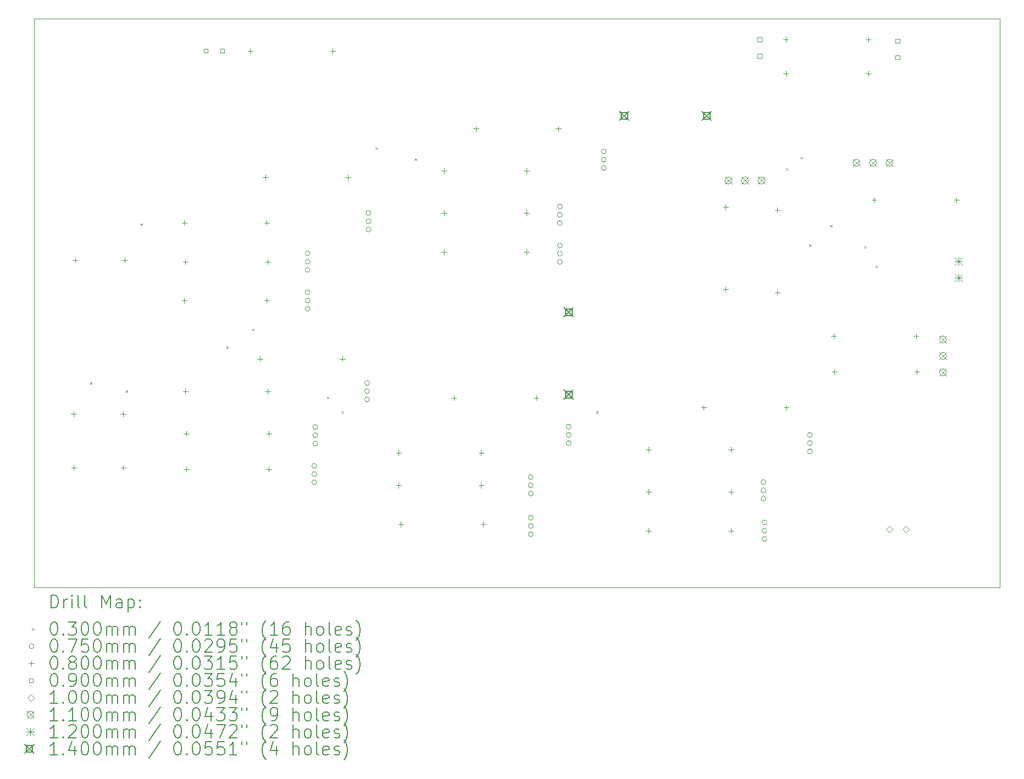
<source format=gbr>
%TF.GenerationSoftware,KiCad,Pcbnew,8.0.8*%
%TF.CreationDate,2025-06-19T10:33:47-04:00*%
%TF.ProjectId,multimeter,6d756c74-696d-4657-9465-722e6b696361,rev?*%
%TF.SameCoordinates,Original*%
%TF.FileFunction,Drillmap*%
%TF.FilePolarity,Positive*%
%FSLAX45Y45*%
G04 Gerber Fmt 4.5, Leading zero omitted, Abs format (unit mm)*
G04 Created by KiCad (PCBNEW 8.0.8) date 2025-06-19 10:33:47*
%MOMM*%
%LPD*%
G01*
G04 APERTURE LIST*
%ADD10C,0.050000*%
%ADD11C,0.200000*%
%ADD12C,0.100000*%
%ADD13C,0.110000*%
%ADD14C,0.120000*%
%ADD15C,0.140000*%
G04 APERTURE END LIST*
D10*
X4000000Y-3400000D02*
X18875000Y-3400000D01*
X18875000Y-12175000D01*
X4000000Y-12175000D01*
X4000000Y-3400000D01*
D11*
D12*
X4860000Y-9010000D02*
X4890000Y-9040000D01*
X4890000Y-9010000D02*
X4860000Y-9040000D01*
X5410000Y-9135000D02*
X5440000Y-9165000D01*
X5440000Y-9135000D02*
X5410000Y-9165000D01*
X5635000Y-6560000D02*
X5665000Y-6590000D01*
X5665000Y-6560000D02*
X5635000Y-6590000D01*
X6960000Y-8460000D02*
X6990000Y-8490000D01*
X6990000Y-8460000D02*
X6960000Y-8490000D01*
X7360000Y-8185000D02*
X7390000Y-8215000D01*
X7390000Y-8185000D02*
X7360000Y-8215000D01*
X8510000Y-9235000D02*
X8540000Y-9265000D01*
X8540000Y-9235000D02*
X8510000Y-9265000D01*
X8735000Y-9460000D02*
X8765000Y-9490000D01*
X8765000Y-9460000D02*
X8735000Y-9490000D01*
X9260000Y-5385000D02*
X9290000Y-5415000D01*
X9290000Y-5385000D02*
X9260000Y-5415000D01*
X9860000Y-5560000D02*
X9890000Y-5590000D01*
X9890000Y-5560000D02*
X9860000Y-5590000D01*
X12660000Y-9460000D02*
X12690000Y-9490000D01*
X12690000Y-9460000D02*
X12660000Y-9490000D01*
X15585000Y-5710000D02*
X15615000Y-5740000D01*
X15615000Y-5710000D02*
X15585000Y-5740000D01*
X15810000Y-5535000D02*
X15840000Y-5565000D01*
X15840000Y-5535000D02*
X15810000Y-5565000D01*
X15935000Y-6885000D02*
X15965000Y-6915000D01*
X15965000Y-6885000D02*
X15935000Y-6915000D01*
X16260000Y-6585000D02*
X16290000Y-6615000D01*
X16290000Y-6585000D02*
X16260000Y-6615000D01*
X16785000Y-6910000D02*
X16815000Y-6940000D01*
X16815000Y-6910000D02*
X16785000Y-6940000D01*
X16960000Y-7210000D02*
X16990000Y-7240000D01*
X16990000Y-7210000D02*
X16960000Y-7240000D01*
X8251500Y-7023000D02*
G75*
G02*
X8176500Y-7023000I-37500J0D01*
G01*
X8176500Y-7023000D02*
G75*
G02*
X8251500Y-7023000I37500J0D01*
G01*
X8251500Y-7150000D02*
G75*
G02*
X8176500Y-7150000I-37500J0D01*
G01*
X8176500Y-7150000D02*
G75*
G02*
X8251500Y-7150000I37500J0D01*
G01*
X8251500Y-7277000D02*
G75*
G02*
X8176500Y-7277000I-37500J0D01*
G01*
X8176500Y-7277000D02*
G75*
G02*
X8251500Y-7277000I37500J0D01*
G01*
X8251500Y-7623000D02*
G75*
G02*
X8176500Y-7623000I-37500J0D01*
G01*
X8176500Y-7623000D02*
G75*
G02*
X8251500Y-7623000I37500J0D01*
G01*
X8251500Y-7750000D02*
G75*
G02*
X8176500Y-7750000I-37500J0D01*
G01*
X8176500Y-7750000D02*
G75*
G02*
X8251500Y-7750000I37500J0D01*
G01*
X8251500Y-7877000D02*
G75*
G02*
X8176500Y-7877000I-37500J0D01*
G01*
X8176500Y-7877000D02*
G75*
G02*
X8251500Y-7877000I37500J0D01*
G01*
X8352500Y-10300000D02*
G75*
G02*
X8277500Y-10300000I-37500J0D01*
G01*
X8277500Y-10300000D02*
G75*
G02*
X8352500Y-10300000I37500J0D01*
G01*
X8352500Y-10427000D02*
G75*
G02*
X8277500Y-10427000I-37500J0D01*
G01*
X8277500Y-10427000D02*
G75*
G02*
X8352500Y-10427000I37500J0D01*
G01*
X8352500Y-10554000D02*
G75*
G02*
X8277500Y-10554000I-37500J0D01*
G01*
X8277500Y-10554000D02*
G75*
G02*
X8352500Y-10554000I37500J0D01*
G01*
X8366500Y-9700000D02*
G75*
G02*
X8291500Y-9700000I-37500J0D01*
G01*
X8291500Y-9700000D02*
G75*
G02*
X8366500Y-9700000I37500J0D01*
G01*
X8366500Y-9827000D02*
G75*
G02*
X8291500Y-9827000I-37500J0D01*
G01*
X8291500Y-9827000D02*
G75*
G02*
X8366500Y-9827000I37500J0D01*
G01*
X8366500Y-9954000D02*
G75*
G02*
X8291500Y-9954000I-37500J0D01*
G01*
X8291500Y-9954000D02*
G75*
G02*
X8366500Y-9954000I37500J0D01*
G01*
X9166500Y-9023000D02*
G75*
G02*
X9091500Y-9023000I-37500J0D01*
G01*
X9091500Y-9023000D02*
G75*
G02*
X9166500Y-9023000I37500J0D01*
G01*
X9166500Y-9150000D02*
G75*
G02*
X9091500Y-9150000I-37500J0D01*
G01*
X9091500Y-9150000D02*
G75*
G02*
X9166500Y-9150000I37500J0D01*
G01*
X9166500Y-9277000D02*
G75*
G02*
X9091500Y-9277000I-37500J0D01*
G01*
X9091500Y-9277000D02*
G75*
G02*
X9166500Y-9277000I37500J0D01*
G01*
X9187500Y-6400000D02*
G75*
G02*
X9112500Y-6400000I-37500J0D01*
G01*
X9112500Y-6400000D02*
G75*
G02*
X9187500Y-6400000I37500J0D01*
G01*
X9187500Y-6527000D02*
G75*
G02*
X9112500Y-6527000I-37500J0D01*
G01*
X9112500Y-6527000D02*
G75*
G02*
X9187500Y-6527000I37500J0D01*
G01*
X9187500Y-6654000D02*
G75*
G02*
X9112500Y-6654000I-37500J0D01*
G01*
X9112500Y-6654000D02*
G75*
G02*
X9187500Y-6654000I37500J0D01*
G01*
X11686500Y-10473000D02*
G75*
G02*
X11611500Y-10473000I-37500J0D01*
G01*
X11611500Y-10473000D02*
G75*
G02*
X11686500Y-10473000I37500J0D01*
G01*
X11686500Y-10600000D02*
G75*
G02*
X11611500Y-10600000I-37500J0D01*
G01*
X11611500Y-10600000D02*
G75*
G02*
X11686500Y-10600000I37500J0D01*
G01*
X11686500Y-10727000D02*
G75*
G02*
X11611500Y-10727000I-37500J0D01*
G01*
X11611500Y-10727000D02*
G75*
G02*
X11686500Y-10727000I37500J0D01*
G01*
X11686500Y-11100000D02*
G75*
G02*
X11611500Y-11100000I-37500J0D01*
G01*
X11611500Y-11100000D02*
G75*
G02*
X11686500Y-11100000I37500J0D01*
G01*
X11686500Y-11227000D02*
G75*
G02*
X11611500Y-11227000I-37500J0D01*
G01*
X11611500Y-11227000D02*
G75*
G02*
X11686500Y-11227000I37500J0D01*
G01*
X11686500Y-11354000D02*
G75*
G02*
X11611500Y-11354000I-37500J0D01*
G01*
X11611500Y-11354000D02*
G75*
G02*
X11686500Y-11354000I37500J0D01*
G01*
X12136500Y-6300000D02*
G75*
G02*
X12061500Y-6300000I-37500J0D01*
G01*
X12061500Y-6300000D02*
G75*
G02*
X12136500Y-6300000I37500J0D01*
G01*
X12136500Y-6427000D02*
G75*
G02*
X12061500Y-6427000I-37500J0D01*
G01*
X12061500Y-6427000D02*
G75*
G02*
X12136500Y-6427000I37500J0D01*
G01*
X12136500Y-6554000D02*
G75*
G02*
X12061500Y-6554000I-37500J0D01*
G01*
X12061500Y-6554000D02*
G75*
G02*
X12136500Y-6554000I37500J0D01*
G01*
X12136500Y-6900000D02*
G75*
G02*
X12061500Y-6900000I-37500J0D01*
G01*
X12061500Y-6900000D02*
G75*
G02*
X12136500Y-6900000I37500J0D01*
G01*
X12136500Y-7027000D02*
G75*
G02*
X12061500Y-7027000I-37500J0D01*
G01*
X12061500Y-7027000D02*
G75*
G02*
X12136500Y-7027000I37500J0D01*
G01*
X12136500Y-7154000D02*
G75*
G02*
X12061500Y-7154000I-37500J0D01*
G01*
X12061500Y-7154000D02*
G75*
G02*
X12136500Y-7154000I37500J0D01*
G01*
X12272500Y-9696000D02*
G75*
G02*
X12197500Y-9696000I-37500J0D01*
G01*
X12197500Y-9696000D02*
G75*
G02*
X12272500Y-9696000I37500J0D01*
G01*
X12272500Y-9823000D02*
G75*
G02*
X12197500Y-9823000I-37500J0D01*
G01*
X12197500Y-9823000D02*
G75*
G02*
X12272500Y-9823000I37500J0D01*
G01*
X12272500Y-9950000D02*
G75*
G02*
X12197500Y-9950000I-37500J0D01*
G01*
X12197500Y-9950000D02*
G75*
G02*
X12272500Y-9950000I37500J0D01*
G01*
X12812500Y-5450000D02*
G75*
G02*
X12737500Y-5450000I-37500J0D01*
G01*
X12737500Y-5450000D02*
G75*
G02*
X12812500Y-5450000I37500J0D01*
G01*
X12812500Y-5577000D02*
G75*
G02*
X12737500Y-5577000I-37500J0D01*
G01*
X12737500Y-5577000D02*
G75*
G02*
X12812500Y-5577000I37500J0D01*
G01*
X12812500Y-5704000D02*
G75*
G02*
X12737500Y-5704000I-37500J0D01*
G01*
X12737500Y-5704000D02*
G75*
G02*
X12812500Y-5704000I37500J0D01*
G01*
X15272500Y-10550000D02*
G75*
G02*
X15197500Y-10550000I-37500J0D01*
G01*
X15197500Y-10550000D02*
G75*
G02*
X15272500Y-10550000I37500J0D01*
G01*
X15272500Y-10677000D02*
G75*
G02*
X15197500Y-10677000I-37500J0D01*
G01*
X15197500Y-10677000D02*
G75*
G02*
X15272500Y-10677000I37500J0D01*
G01*
X15272500Y-10804000D02*
G75*
G02*
X15197500Y-10804000I-37500J0D01*
G01*
X15197500Y-10804000D02*
G75*
G02*
X15272500Y-10804000I37500J0D01*
G01*
X15286500Y-11173000D02*
G75*
G02*
X15211500Y-11173000I-37500J0D01*
G01*
X15211500Y-11173000D02*
G75*
G02*
X15286500Y-11173000I37500J0D01*
G01*
X15286500Y-11300000D02*
G75*
G02*
X15211500Y-11300000I-37500J0D01*
G01*
X15211500Y-11300000D02*
G75*
G02*
X15286500Y-11300000I37500J0D01*
G01*
X15286500Y-11427000D02*
G75*
G02*
X15211500Y-11427000I-37500J0D01*
G01*
X15211500Y-11427000D02*
G75*
G02*
X15286500Y-11427000I37500J0D01*
G01*
X15986500Y-9823000D02*
G75*
G02*
X15911500Y-9823000I-37500J0D01*
G01*
X15911500Y-9823000D02*
G75*
G02*
X15986500Y-9823000I37500J0D01*
G01*
X15986500Y-9950000D02*
G75*
G02*
X15911500Y-9950000I-37500J0D01*
G01*
X15911500Y-9950000D02*
G75*
G02*
X15986500Y-9950000I37500J0D01*
G01*
X15986500Y-10077000D02*
G75*
G02*
X15911500Y-10077000I-37500J0D01*
G01*
X15911500Y-10077000D02*
G75*
G02*
X15986500Y-10077000I37500J0D01*
G01*
X4607500Y-9460000D02*
X4607500Y-9540000D01*
X4567500Y-9500000D02*
X4647500Y-9500000D01*
X4613000Y-10285000D02*
X4613000Y-10365000D01*
X4573000Y-10325000D02*
X4653000Y-10325000D01*
X4632500Y-7085000D02*
X4632500Y-7165000D01*
X4592500Y-7125000D02*
X4672500Y-7125000D01*
X5369500Y-9460000D02*
X5369500Y-9540000D01*
X5329500Y-9500000D02*
X5409500Y-9500000D01*
X5375000Y-10285000D02*
X5375000Y-10365000D01*
X5335000Y-10325000D02*
X5415000Y-10325000D01*
X5394500Y-7085000D02*
X5394500Y-7165000D01*
X5354500Y-7125000D02*
X5434500Y-7125000D01*
X6315000Y-6510000D02*
X6315000Y-6590000D01*
X6275000Y-6550000D02*
X6355000Y-6550000D01*
X6315000Y-7710000D02*
X6315000Y-7790000D01*
X6275000Y-7750000D02*
X6355000Y-7750000D01*
X6330000Y-7110000D02*
X6330000Y-7190000D01*
X6290000Y-7150000D02*
X6370000Y-7150000D01*
X6330000Y-9110000D02*
X6330000Y-9190000D01*
X6290000Y-9150000D02*
X6370000Y-9150000D01*
X6345000Y-9760000D02*
X6345000Y-9840000D01*
X6305000Y-9800000D02*
X6385000Y-9800000D01*
X6345000Y-10310000D02*
X6345000Y-10390000D01*
X6305000Y-10350000D02*
X6385000Y-10350000D01*
X7330000Y-3860000D02*
X7330000Y-3940000D01*
X7290000Y-3900000D02*
X7370000Y-3900000D01*
X7480000Y-8610000D02*
X7480000Y-8690000D01*
X7440000Y-8650000D02*
X7520000Y-8650000D01*
X7565000Y-5810000D02*
X7565000Y-5890000D01*
X7525000Y-5850000D02*
X7605000Y-5850000D01*
X7585000Y-6510000D02*
X7585000Y-6590000D01*
X7545000Y-6550000D02*
X7625000Y-6550000D01*
X7585000Y-7710000D02*
X7585000Y-7790000D01*
X7545000Y-7750000D02*
X7625000Y-7750000D01*
X7600000Y-7110000D02*
X7600000Y-7190000D01*
X7560000Y-7150000D02*
X7640000Y-7150000D01*
X7600000Y-9110000D02*
X7600000Y-9190000D01*
X7560000Y-9150000D02*
X7640000Y-9150000D01*
X7615000Y-9760000D02*
X7615000Y-9840000D01*
X7575000Y-9800000D02*
X7655000Y-9800000D01*
X7615000Y-10310000D02*
X7615000Y-10390000D01*
X7575000Y-10350000D02*
X7655000Y-10350000D01*
X8600000Y-3860000D02*
X8600000Y-3940000D01*
X8560000Y-3900000D02*
X8640000Y-3900000D01*
X8750000Y-8610000D02*
X8750000Y-8690000D01*
X8710000Y-8650000D02*
X8790000Y-8650000D01*
X8835000Y-5810000D02*
X8835000Y-5890000D01*
X8795000Y-5850000D02*
X8875000Y-5850000D01*
X9615000Y-10060000D02*
X9615000Y-10140000D01*
X9575000Y-10100000D02*
X9655000Y-10100000D01*
X9615000Y-10560000D02*
X9615000Y-10640000D01*
X9575000Y-10600000D02*
X9655000Y-10600000D01*
X9650000Y-11160000D02*
X9650000Y-11240000D01*
X9610000Y-11200000D02*
X9690000Y-11200000D01*
X10315000Y-5710000D02*
X10315000Y-5790000D01*
X10275000Y-5750000D02*
X10355000Y-5750000D01*
X10315000Y-6360000D02*
X10315000Y-6440000D01*
X10275000Y-6400000D02*
X10355000Y-6400000D01*
X10315000Y-6960000D02*
X10315000Y-7040000D01*
X10275000Y-7000000D02*
X10355000Y-7000000D01*
X10465000Y-9210000D02*
X10465000Y-9290000D01*
X10425000Y-9250000D02*
X10505000Y-9250000D01*
X10805000Y-5060000D02*
X10805000Y-5140000D01*
X10765000Y-5100000D02*
X10845000Y-5100000D01*
X10885000Y-10060000D02*
X10885000Y-10140000D01*
X10845000Y-10100000D02*
X10925000Y-10100000D01*
X10885000Y-10560000D02*
X10885000Y-10640000D01*
X10845000Y-10600000D02*
X10925000Y-10600000D01*
X10920000Y-11160000D02*
X10920000Y-11240000D01*
X10880000Y-11200000D02*
X10960000Y-11200000D01*
X11585000Y-5710000D02*
X11585000Y-5790000D01*
X11545000Y-5750000D02*
X11625000Y-5750000D01*
X11585000Y-6360000D02*
X11585000Y-6440000D01*
X11545000Y-6400000D02*
X11625000Y-6400000D01*
X11585000Y-6960000D02*
X11585000Y-7040000D01*
X11545000Y-7000000D02*
X11625000Y-7000000D01*
X11735000Y-9210000D02*
X11735000Y-9290000D01*
X11695000Y-9250000D02*
X11775000Y-9250000D01*
X12075000Y-5060000D02*
X12075000Y-5140000D01*
X12035000Y-5100000D02*
X12115000Y-5100000D01*
X13465000Y-10010000D02*
X13465000Y-10090000D01*
X13425000Y-10050000D02*
X13505000Y-10050000D01*
X13465000Y-10660000D02*
X13465000Y-10740000D01*
X13425000Y-10700000D02*
X13505000Y-10700000D01*
X13465000Y-11260000D02*
X13465000Y-11340000D01*
X13425000Y-11300000D02*
X13505000Y-11300000D01*
X14315000Y-9360000D02*
X14315000Y-9440000D01*
X14275000Y-9400000D02*
X14355000Y-9400000D01*
X14650000Y-6265500D02*
X14650000Y-6345500D01*
X14610000Y-6305500D02*
X14690000Y-6305500D01*
X14650000Y-7535500D02*
X14650000Y-7615500D01*
X14610000Y-7575500D02*
X14690000Y-7575500D01*
X14735000Y-10010000D02*
X14735000Y-10090000D01*
X14695000Y-10050000D02*
X14775000Y-10050000D01*
X14735000Y-10660000D02*
X14735000Y-10740000D01*
X14695000Y-10700000D02*
X14775000Y-10700000D01*
X14735000Y-11260000D02*
X14735000Y-11340000D01*
X14695000Y-11300000D02*
X14775000Y-11300000D01*
X15450000Y-6315500D02*
X15450000Y-6395500D01*
X15410000Y-6355500D02*
X15490000Y-6355500D01*
X15450000Y-7585500D02*
X15450000Y-7665500D01*
X15410000Y-7625500D02*
X15490000Y-7625500D01*
X15580000Y-3685000D02*
X15580000Y-3765000D01*
X15540000Y-3725000D02*
X15620000Y-3725000D01*
X15580000Y-4210000D02*
X15580000Y-4290000D01*
X15540000Y-4250000D02*
X15620000Y-4250000D01*
X15585000Y-9360000D02*
X15585000Y-9440000D01*
X15545000Y-9400000D02*
X15625000Y-9400000D01*
X16315000Y-8260000D02*
X16315000Y-8340000D01*
X16275000Y-8300000D02*
X16355000Y-8300000D01*
X16330000Y-8810000D02*
X16330000Y-8890000D01*
X16290000Y-8850000D02*
X16370000Y-8850000D01*
X16850000Y-3685000D02*
X16850000Y-3765000D01*
X16810000Y-3725000D02*
X16890000Y-3725000D01*
X16850000Y-4210000D02*
X16850000Y-4290000D01*
X16810000Y-4250000D02*
X16890000Y-4250000D01*
X16940000Y-6160000D02*
X16940000Y-6240000D01*
X16900000Y-6200000D02*
X16980000Y-6200000D01*
X17585000Y-8260000D02*
X17585000Y-8340000D01*
X17545000Y-8300000D02*
X17625000Y-8300000D01*
X17600000Y-8810000D02*
X17600000Y-8890000D01*
X17560000Y-8850000D02*
X17640000Y-8850000D01*
X18210000Y-6160000D02*
X18210000Y-6240000D01*
X18170000Y-6200000D02*
X18250000Y-6200000D01*
X6677820Y-3931820D02*
X6677820Y-3868180D01*
X6614180Y-3868180D01*
X6614180Y-3931820D01*
X6677820Y-3931820D01*
X6931820Y-3931820D02*
X6931820Y-3868180D01*
X6868180Y-3868180D01*
X6868180Y-3931820D01*
X6931820Y-3931820D01*
X15206820Y-3755320D02*
X15206820Y-3691680D01*
X15143180Y-3691680D01*
X15143180Y-3755320D01*
X15206820Y-3755320D01*
X15206820Y-4009320D02*
X15206820Y-3945680D01*
X15143180Y-3945680D01*
X15143180Y-4009320D01*
X15206820Y-4009320D01*
X17331820Y-3779320D02*
X17331820Y-3715680D01*
X17268180Y-3715680D01*
X17268180Y-3779320D01*
X17331820Y-3779320D01*
X17331820Y-4033320D02*
X17331820Y-3969680D01*
X17268180Y-3969680D01*
X17268180Y-4033320D01*
X17331820Y-4033320D01*
X17175000Y-11325000D02*
X17225000Y-11275000D01*
X17175000Y-11225000D01*
X17125000Y-11275000D01*
X17175000Y-11325000D01*
X17429000Y-11325000D02*
X17479000Y-11275000D01*
X17429000Y-11225000D01*
X17379000Y-11275000D01*
X17429000Y-11325000D01*
D13*
X14641000Y-5845000D02*
X14751000Y-5955000D01*
X14751000Y-5845000D02*
X14641000Y-5955000D01*
X14751000Y-5900000D02*
G75*
G02*
X14641000Y-5900000I-55000J0D01*
G01*
X14641000Y-5900000D02*
G75*
G02*
X14751000Y-5900000I55000J0D01*
G01*
X14895000Y-5845000D02*
X15005000Y-5955000D01*
X15005000Y-5845000D02*
X14895000Y-5955000D01*
X15005000Y-5900000D02*
G75*
G02*
X14895000Y-5900000I-55000J0D01*
G01*
X14895000Y-5900000D02*
G75*
G02*
X15005000Y-5900000I55000J0D01*
G01*
X15149000Y-5845000D02*
X15259000Y-5955000D01*
X15259000Y-5845000D02*
X15149000Y-5955000D01*
X15259000Y-5900000D02*
G75*
G02*
X15149000Y-5900000I-55000J0D01*
G01*
X15149000Y-5900000D02*
G75*
G02*
X15259000Y-5900000I55000J0D01*
G01*
X16612000Y-5570000D02*
X16722000Y-5680000D01*
X16722000Y-5570000D02*
X16612000Y-5680000D01*
X16722000Y-5625000D02*
G75*
G02*
X16612000Y-5625000I-55000J0D01*
G01*
X16612000Y-5625000D02*
G75*
G02*
X16722000Y-5625000I55000J0D01*
G01*
X16866000Y-5570000D02*
X16976000Y-5680000D01*
X16976000Y-5570000D02*
X16866000Y-5680000D01*
X16976000Y-5625000D02*
G75*
G02*
X16866000Y-5625000I-55000J0D01*
G01*
X16866000Y-5625000D02*
G75*
G02*
X16976000Y-5625000I55000J0D01*
G01*
X17120000Y-5570000D02*
X17230000Y-5680000D01*
X17230000Y-5570000D02*
X17120000Y-5680000D01*
X17230000Y-5625000D02*
G75*
G02*
X17120000Y-5625000I-55000J0D01*
G01*
X17120000Y-5625000D02*
G75*
G02*
X17230000Y-5625000I55000J0D01*
G01*
X17945000Y-8295000D02*
X18055000Y-8405000D01*
X18055000Y-8295000D02*
X17945000Y-8405000D01*
X18055000Y-8350000D02*
G75*
G02*
X17945000Y-8350000I-55000J0D01*
G01*
X17945000Y-8350000D02*
G75*
G02*
X18055000Y-8350000I55000J0D01*
G01*
X17945000Y-8549000D02*
X18055000Y-8659000D01*
X18055000Y-8549000D02*
X17945000Y-8659000D01*
X18055000Y-8604000D02*
G75*
G02*
X17945000Y-8604000I-55000J0D01*
G01*
X17945000Y-8604000D02*
G75*
G02*
X18055000Y-8604000I55000J0D01*
G01*
X17945000Y-8803000D02*
X18055000Y-8913000D01*
X18055000Y-8803000D02*
X17945000Y-8913000D01*
X18055000Y-8858000D02*
G75*
G02*
X17945000Y-8858000I-55000J0D01*
G01*
X17945000Y-8858000D02*
G75*
G02*
X18055000Y-8858000I55000J0D01*
G01*
D14*
X18180000Y-7087500D02*
X18300000Y-7207500D01*
X18300000Y-7087500D02*
X18180000Y-7207500D01*
X18240000Y-7087500D02*
X18240000Y-7207500D01*
X18180000Y-7147500D02*
X18300000Y-7147500D01*
X18180000Y-7341500D02*
X18300000Y-7461500D01*
X18300000Y-7341500D02*
X18180000Y-7461500D01*
X18240000Y-7341500D02*
X18240000Y-7461500D01*
X18180000Y-7401500D02*
X18300000Y-7401500D01*
D15*
X12165000Y-7860000D02*
X12305000Y-8000000D01*
X12305000Y-7860000D02*
X12165000Y-8000000D01*
X12284498Y-7979498D02*
X12284498Y-7880502D01*
X12185502Y-7880502D01*
X12185502Y-7979498D01*
X12284498Y-7979498D01*
X12165000Y-9130000D02*
X12305000Y-9270000D01*
X12305000Y-9130000D02*
X12165000Y-9270000D01*
X12284498Y-9249498D02*
X12284498Y-9150502D01*
X12185502Y-9150502D01*
X12185502Y-9249498D01*
X12284498Y-9249498D01*
X13020000Y-4830000D02*
X13160000Y-4970000D01*
X13160000Y-4830000D02*
X13020000Y-4970000D01*
X13139498Y-4949498D02*
X13139498Y-4850502D01*
X13040502Y-4850502D01*
X13040502Y-4949498D01*
X13139498Y-4949498D01*
X14290000Y-4830000D02*
X14430000Y-4970000D01*
X14430000Y-4830000D02*
X14290000Y-4970000D01*
X14409498Y-4949498D02*
X14409498Y-4850502D01*
X14310502Y-4850502D01*
X14310502Y-4949498D01*
X14409498Y-4949498D01*
D11*
X4258277Y-12488984D02*
X4258277Y-12288984D01*
X4258277Y-12288984D02*
X4305896Y-12288984D01*
X4305896Y-12288984D02*
X4334467Y-12298508D01*
X4334467Y-12298508D02*
X4353515Y-12317555D01*
X4353515Y-12317555D02*
X4363039Y-12336603D01*
X4363039Y-12336603D02*
X4372563Y-12374698D01*
X4372563Y-12374698D02*
X4372563Y-12403269D01*
X4372563Y-12403269D02*
X4363039Y-12441365D01*
X4363039Y-12441365D02*
X4353515Y-12460412D01*
X4353515Y-12460412D02*
X4334467Y-12479460D01*
X4334467Y-12479460D02*
X4305896Y-12488984D01*
X4305896Y-12488984D02*
X4258277Y-12488984D01*
X4458277Y-12488984D02*
X4458277Y-12355650D01*
X4458277Y-12393746D02*
X4467801Y-12374698D01*
X4467801Y-12374698D02*
X4477324Y-12365174D01*
X4477324Y-12365174D02*
X4496372Y-12355650D01*
X4496372Y-12355650D02*
X4515420Y-12355650D01*
X4582086Y-12488984D02*
X4582086Y-12355650D01*
X4582086Y-12288984D02*
X4572563Y-12298508D01*
X4572563Y-12298508D02*
X4582086Y-12308031D01*
X4582086Y-12308031D02*
X4591610Y-12298508D01*
X4591610Y-12298508D02*
X4582086Y-12288984D01*
X4582086Y-12288984D02*
X4582086Y-12308031D01*
X4705896Y-12488984D02*
X4686848Y-12479460D01*
X4686848Y-12479460D02*
X4677324Y-12460412D01*
X4677324Y-12460412D02*
X4677324Y-12288984D01*
X4810658Y-12488984D02*
X4791610Y-12479460D01*
X4791610Y-12479460D02*
X4782086Y-12460412D01*
X4782086Y-12460412D02*
X4782086Y-12288984D01*
X5039229Y-12488984D02*
X5039229Y-12288984D01*
X5039229Y-12288984D02*
X5105896Y-12431841D01*
X5105896Y-12431841D02*
X5172563Y-12288984D01*
X5172563Y-12288984D02*
X5172563Y-12488984D01*
X5353515Y-12488984D02*
X5353515Y-12384222D01*
X5353515Y-12384222D02*
X5343991Y-12365174D01*
X5343991Y-12365174D02*
X5324944Y-12355650D01*
X5324944Y-12355650D02*
X5286848Y-12355650D01*
X5286848Y-12355650D02*
X5267801Y-12365174D01*
X5353515Y-12479460D02*
X5334467Y-12488984D01*
X5334467Y-12488984D02*
X5286848Y-12488984D01*
X5286848Y-12488984D02*
X5267801Y-12479460D01*
X5267801Y-12479460D02*
X5258277Y-12460412D01*
X5258277Y-12460412D02*
X5258277Y-12441365D01*
X5258277Y-12441365D02*
X5267801Y-12422317D01*
X5267801Y-12422317D02*
X5286848Y-12412793D01*
X5286848Y-12412793D02*
X5334467Y-12412793D01*
X5334467Y-12412793D02*
X5353515Y-12403269D01*
X5448753Y-12355650D02*
X5448753Y-12555650D01*
X5448753Y-12365174D02*
X5467801Y-12355650D01*
X5467801Y-12355650D02*
X5505896Y-12355650D01*
X5505896Y-12355650D02*
X5524944Y-12365174D01*
X5524944Y-12365174D02*
X5534467Y-12374698D01*
X5534467Y-12374698D02*
X5543991Y-12393746D01*
X5543991Y-12393746D02*
X5543991Y-12450888D01*
X5543991Y-12450888D02*
X5534467Y-12469936D01*
X5534467Y-12469936D02*
X5524944Y-12479460D01*
X5524944Y-12479460D02*
X5505896Y-12488984D01*
X5505896Y-12488984D02*
X5467801Y-12488984D01*
X5467801Y-12488984D02*
X5448753Y-12479460D01*
X5629705Y-12469936D02*
X5639229Y-12479460D01*
X5639229Y-12479460D02*
X5629705Y-12488984D01*
X5629705Y-12488984D02*
X5620182Y-12479460D01*
X5620182Y-12479460D02*
X5629705Y-12469936D01*
X5629705Y-12469936D02*
X5629705Y-12488984D01*
X5629705Y-12365174D02*
X5639229Y-12374698D01*
X5639229Y-12374698D02*
X5629705Y-12384222D01*
X5629705Y-12384222D02*
X5620182Y-12374698D01*
X5620182Y-12374698D02*
X5629705Y-12365174D01*
X5629705Y-12365174D02*
X5629705Y-12384222D01*
D12*
X3967500Y-12802500D02*
X3997500Y-12832500D01*
X3997500Y-12802500D02*
X3967500Y-12832500D01*
D11*
X4296372Y-12708984D02*
X4315420Y-12708984D01*
X4315420Y-12708984D02*
X4334467Y-12718508D01*
X4334467Y-12718508D02*
X4343991Y-12728031D01*
X4343991Y-12728031D02*
X4353515Y-12747079D01*
X4353515Y-12747079D02*
X4363039Y-12785174D01*
X4363039Y-12785174D02*
X4363039Y-12832793D01*
X4363039Y-12832793D02*
X4353515Y-12870888D01*
X4353515Y-12870888D02*
X4343991Y-12889936D01*
X4343991Y-12889936D02*
X4334467Y-12899460D01*
X4334467Y-12899460D02*
X4315420Y-12908984D01*
X4315420Y-12908984D02*
X4296372Y-12908984D01*
X4296372Y-12908984D02*
X4277324Y-12899460D01*
X4277324Y-12899460D02*
X4267801Y-12889936D01*
X4267801Y-12889936D02*
X4258277Y-12870888D01*
X4258277Y-12870888D02*
X4248753Y-12832793D01*
X4248753Y-12832793D02*
X4248753Y-12785174D01*
X4248753Y-12785174D02*
X4258277Y-12747079D01*
X4258277Y-12747079D02*
X4267801Y-12728031D01*
X4267801Y-12728031D02*
X4277324Y-12718508D01*
X4277324Y-12718508D02*
X4296372Y-12708984D01*
X4448753Y-12889936D02*
X4458277Y-12899460D01*
X4458277Y-12899460D02*
X4448753Y-12908984D01*
X4448753Y-12908984D02*
X4439229Y-12899460D01*
X4439229Y-12899460D02*
X4448753Y-12889936D01*
X4448753Y-12889936D02*
X4448753Y-12908984D01*
X4524944Y-12708984D02*
X4648753Y-12708984D01*
X4648753Y-12708984D02*
X4582086Y-12785174D01*
X4582086Y-12785174D02*
X4610658Y-12785174D01*
X4610658Y-12785174D02*
X4629705Y-12794698D01*
X4629705Y-12794698D02*
X4639229Y-12804222D01*
X4639229Y-12804222D02*
X4648753Y-12823269D01*
X4648753Y-12823269D02*
X4648753Y-12870888D01*
X4648753Y-12870888D02*
X4639229Y-12889936D01*
X4639229Y-12889936D02*
X4629705Y-12899460D01*
X4629705Y-12899460D02*
X4610658Y-12908984D01*
X4610658Y-12908984D02*
X4553515Y-12908984D01*
X4553515Y-12908984D02*
X4534467Y-12899460D01*
X4534467Y-12899460D02*
X4524944Y-12889936D01*
X4772563Y-12708984D02*
X4791610Y-12708984D01*
X4791610Y-12708984D02*
X4810658Y-12718508D01*
X4810658Y-12718508D02*
X4820182Y-12728031D01*
X4820182Y-12728031D02*
X4829705Y-12747079D01*
X4829705Y-12747079D02*
X4839229Y-12785174D01*
X4839229Y-12785174D02*
X4839229Y-12832793D01*
X4839229Y-12832793D02*
X4829705Y-12870888D01*
X4829705Y-12870888D02*
X4820182Y-12889936D01*
X4820182Y-12889936D02*
X4810658Y-12899460D01*
X4810658Y-12899460D02*
X4791610Y-12908984D01*
X4791610Y-12908984D02*
X4772563Y-12908984D01*
X4772563Y-12908984D02*
X4753515Y-12899460D01*
X4753515Y-12899460D02*
X4743991Y-12889936D01*
X4743991Y-12889936D02*
X4734467Y-12870888D01*
X4734467Y-12870888D02*
X4724944Y-12832793D01*
X4724944Y-12832793D02*
X4724944Y-12785174D01*
X4724944Y-12785174D02*
X4734467Y-12747079D01*
X4734467Y-12747079D02*
X4743991Y-12728031D01*
X4743991Y-12728031D02*
X4753515Y-12718508D01*
X4753515Y-12718508D02*
X4772563Y-12708984D01*
X4963039Y-12708984D02*
X4982086Y-12708984D01*
X4982086Y-12708984D02*
X5001134Y-12718508D01*
X5001134Y-12718508D02*
X5010658Y-12728031D01*
X5010658Y-12728031D02*
X5020182Y-12747079D01*
X5020182Y-12747079D02*
X5029705Y-12785174D01*
X5029705Y-12785174D02*
X5029705Y-12832793D01*
X5029705Y-12832793D02*
X5020182Y-12870888D01*
X5020182Y-12870888D02*
X5010658Y-12889936D01*
X5010658Y-12889936D02*
X5001134Y-12899460D01*
X5001134Y-12899460D02*
X4982086Y-12908984D01*
X4982086Y-12908984D02*
X4963039Y-12908984D01*
X4963039Y-12908984D02*
X4943991Y-12899460D01*
X4943991Y-12899460D02*
X4934467Y-12889936D01*
X4934467Y-12889936D02*
X4924944Y-12870888D01*
X4924944Y-12870888D02*
X4915420Y-12832793D01*
X4915420Y-12832793D02*
X4915420Y-12785174D01*
X4915420Y-12785174D02*
X4924944Y-12747079D01*
X4924944Y-12747079D02*
X4934467Y-12728031D01*
X4934467Y-12728031D02*
X4943991Y-12718508D01*
X4943991Y-12718508D02*
X4963039Y-12708984D01*
X5115420Y-12908984D02*
X5115420Y-12775650D01*
X5115420Y-12794698D02*
X5124944Y-12785174D01*
X5124944Y-12785174D02*
X5143991Y-12775650D01*
X5143991Y-12775650D02*
X5172563Y-12775650D01*
X5172563Y-12775650D02*
X5191610Y-12785174D01*
X5191610Y-12785174D02*
X5201134Y-12804222D01*
X5201134Y-12804222D02*
X5201134Y-12908984D01*
X5201134Y-12804222D02*
X5210658Y-12785174D01*
X5210658Y-12785174D02*
X5229705Y-12775650D01*
X5229705Y-12775650D02*
X5258277Y-12775650D01*
X5258277Y-12775650D02*
X5277325Y-12785174D01*
X5277325Y-12785174D02*
X5286848Y-12804222D01*
X5286848Y-12804222D02*
X5286848Y-12908984D01*
X5382086Y-12908984D02*
X5382086Y-12775650D01*
X5382086Y-12794698D02*
X5391610Y-12785174D01*
X5391610Y-12785174D02*
X5410658Y-12775650D01*
X5410658Y-12775650D02*
X5439229Y-12775650D01*
X5439229Y-12775650D02*
X5458277Y-12785174D01*
X5458277Y-12785174D02*
X5467801Y-12804222D01*
X5467801Y-12804222D02*
X5467801Y-12908984D01*
X5467801Y-12804222D02*
X5477325Y-12785174D01*
X5477325Y-12785174D02*
X5496372Y-12775650D01*
X5496372Y-12775650D02*
X5524944Y-12775650D01*
X5524944Y-12775650D02*
X5543991Y-12785174D01*
X5543991Y-12785174D02*
X5553515Y-12804222D01*
X5553515Y-12804222D02*
X5553515Y-12908984D01*
X5943991Y-12699460D02*
X5772563Y-12956603D01*
X6201134Y-12708984D02*
X6220182Y-12708984D01*
X6220182Y-12708984D02*
X6239229Y-12718508D01*
X6239229Y-12718508D02*
X6248753Y-12728031D01*
X6248753Y-12728031D02*
X6258277Y-12747079D01*
X6258277Y-12747079D02*
X6267801Y-12785174D01*
X6267801Y-12785174D02*
X6267801Y-12832793D01*
X6267801Y-12832793D02*
X6258277Y-12870888D01*
X6258277Y-12870888D02*
X6248753Y-12889936D01*
X6248753Y-12889936D02*
X6239229Y-12899460D01*
X6239229Y-12899460D02*
X6220182Y-12908984D01*
X6220182Y-12908984D02*
X6201134Y-12908984D01*
X6201134Y-12908984D02*
X6182086Y-12899460D01*
X6182086Y-12899460D02*
X6172563Y-12889936D01*
X6172563Y-12889936D02*
X6163039Y-12870888D01*
X6163039Y-12870888D02*
X6153515Y-12832793D01*
X6153515Y-12832793D02*
X6153515Y-12785174D01*
X6153515Y-12785174D02*
X6163039Y-12747079D01*
X6163039Y-12747079D02*
X6172563Y-12728031D01*
X6172563Y-12728031D02*
X6182086Y-12718508D01*
X6182086Y-12718508D02*
X6201134Y-12708984D01*
X6353515Y-12889936D02*
X6363039Y-12899460D01*
X6363039Y-12899460D02*
X6353515Y-12908984D01*
X6353515Y-12908984D02*
X6343991Y-12899460D01*
X6343991Y-12899460D02*
X6353515Y-12889936D01*
X6353515Y-12889936D02*
X6353515Y-12908984D01*
X6486848Y-12708984D02*
X6505896Y-12708984D01*
X6505896Y-12708984D02*
X6524944Y-12718508D01*
X6524944Y-12718508D02*
X6534467Y-12728031D01*
X6534467Y-12728031D02*
X6543991Y-12747079D01*
X6543991Y-12747079D02*
X6553515Y-12785174D01*
X6553515Y-12785174D02*
X6553515Y-12832793D01*
X6553515Y-12832793D02*
X6543991Y-12870888D01*
X6543991Y-12870888D02*
X6534467Y-12889936D01*
X6534467Y-12889936D02*
X6524944Y-12899460D01*
X6524944Y-12899460D02*
X6505896Y-12908984D01*
X6505896Y-12908984D02*
X6486848Y-12908984D01*
X6486848Y-12908984D02*
X6467801Y-12899460D01*
X6467801Y-12899460D02*
X6458277Y-12889936D01*
X6458277Y-12889936D02*
X6448753Y-12870888D01*
X6448753Y-12870888D02*
X6439229Y-12832793D01*
X6439229Y-12832793D02*
X6439229Y-12785174D01*
X6439229Y-12785174D02*
X6448753Y-12747079D01*
X6448753Y-12747079D02*
X6458277Y-12728031D01*
X6458277Y-12728031D02*
X6467801Y-12718508D01*
X6467801Y-12718508D02*
X6486848Y-12708984D01*
X6743991Y-12908984D02*
X6629706Y-12908984D01*
X6686848Y-12908984D02*
X6686848Y-12708984D01*
X6686848Y-12708984D02*
X6667801Y-12737555D01*
X6667801Y-12737555D02*
X6648753Y-12756603D01*
X6648753Y-12756603D02*
X6629706Y-12766127D01*
X6934467Y-12908984D02*
X6820182Y-12908984D01*
X6877325Y-12908984D02*
X6877325Y-12708984D01*
X6877325Y-12708984D02*
X6858277Y-12737555D01*
X6858277Y-12737555D02*
X6839229Y-12756603D01*
X6839229Y-12756603D02*
X6820182Y-12766127D01*
X7048753Y-12794698D02*
X7029706Y-12785174D01*
X7029706Y-12785174D02*
X7020182Y-12775650D01*
X7020182Y-12775650D02*
X7010658Y-12756603D01*
X7010658Y-12756603D02*
X7010658Y-12747079D01*
X7010658Y-12747079D02*
X7020182Y-12728031D01*
X7020182Y-12728031D02*
X7029706Y-12718508D01*
X7029706Y-12718508D02*
X7048753Y-12708984D01*
X7048753Y-12708984D02*
X7086848Y-12708984D01*
X7086848Y-12708984D02*
X7105896Y-12718508D01*
X7105896Y-12718508D02*
X7115420Y-12728031D01*
X7115420Y-12728031D02*
X7124944Y-12747079D01*
X7124944Y-12747079D02*
X7124944Y-12756603D01*
X7124944Y-12756603D02*
X7115420Y-12775650D01*
X7115420Y-12775650D02*
X7105896Y-12785174D01*
X7105896Y-12785174D02*
X7086848Y-12794698D01*
X7086848Y-12794698D02*
X7048753Y-12794698D01*
X7048753Y-12794698D02*
X7029706Y-12804222D01*
X7029706Y-12804222D02*
X7020182Y-12813746D01*
X7020182Y-12813746D02*
X7010658Y-12832793D01*
X7010658Y-12832793D02*
X7010658Y-12870888D01*
X7010658Y-12870888D02*
X7020182Y-12889936D01*
X7020182Y-12889936D02*
X7029706Y-12899460D01*
X7029706Y-12899460D02*
X7048753Y-12908984D01*
X7048753Y-12908984D02*
X7086848Y-12908984D01*
X7086848Y-12908984D02*
X7105896Y-12899460D01*
X7105896Y-12899460D02*
X7115420Y-12889936D01*
X7115420Y-12889936D02*
X7124944Y-12870888D01*
X7124944Y-12870888D02*
X7124944Y-12832793D01*
X7124944Y-12832793D02*
X7115420Y-12813746D01*
X7115420Y-12813746D02*
X7105896Y-12804222D01*
X7105896Y-12804222D02*
X7086848Y-12794698D01*
X7201134Y-12708984D02*
X7201134Y-12747079D01*
X7277325Y-12708984D02*
X7277325Y-12747079D01*
X7572563Y-12985174D02*
X7563039Y-12975650D01*
X7563039Y-12975650D02*
X7543991Y-12947079D01*
X7543991Y-12947079D02*
X7534468Y-12928031D01*
X7534468Y-12928031D02*
X7524944Y-12899460D01*
X7524944Y-12899460D02*
X7515420Y-12851841D01*
X7515420Y-12851841D02*
X7515420Y-12813746D01*
X7515420Y-12813746D02*
X7524944Y-12766127D01*
X7524944Y-12766127D02*
X7534468Y-12737555D01*
X7534468Y-12737555D02*
X7543991Y-12718508D01*
X7543991Y-12718508D02*
X7563039Y-12689936D01*
X7563039Y-12689936D02*
X7572563Y-12680412D01*
X7753515Y-12908984D02*
X7639229Y-12908984D01*
X7696372Y-12908984D02*
X7696372Y-12708984D01*
X7696372Y-12708984D02*
X7677325Y-12737555D01*
X7677325Y-12737555D02*
X7658277Y-12756603D01*
X7658277Y-12756603D02*
X7639229Y-12766127D01*
X7924944Y-12708984D02*
X7886848Y-12708984D01*
X7886848Y-12708984D02*
X7867801Y-12718508D01*
X7867801Y-12718508D02*
X7858277Y-12728031D01*
X7858277Y-12728031D02*
X7839229Y-12756603D01*
X7839229Y-12756603D02*
X7829706Y-12794698D01*
X7829706Y-12794698D02*
X7829706Y-12870888D01*
X7829706Y-12870888D02*
X7839229Y-12889936D01*
X7839229Y-12889936D02*
X7848753Y-12899460D01*
X7848753Y-12899460D02*
X7867801Y-12908984D01*
X7867801Y-12908984D02*
X7905896Y-12908984D01*
X7905896Y-12908984D02*
X7924944Y-12899460D01*
X7924944Y-12899460D02*
X7934468Y-12889936D01*
X7934468Y-12889936D02*
X7943991Y-12870888D01*
X7943991Y-12870888D02*
X7943991Y-12823269D01*
X7943991Y-12823269D02*
X7934468Y-12804222D01*
X7934468Y-12804222D02*
X7924944Y-12794698D01*
X7924944Y-12794698D02*
X7905896Y-12785174D01*
X7905896Y-12785174D02*
X7867801Y-12785174D01*
X7867801Y-12785174D02*
X7848753Y-12794698D01*
X7848753Y-12794698D02*
X7839229Y-12804222D01*
X7839229Y-12804222D02*
X7829706Y-12823269D01*
X8182087Y-12908984D02*
X8182087Y-12708984D01*
X8267801Y-12908984D02*
X8267801Y-12804222D01*
X8267801Y-12804222D02*
X8258277Y-12785174D01*
X8258277Y-12785174D02*
X8239230Y-12775650D01*
X8239230Y-12775650D02*
X8210658Y-12775650D01*
X8210658Y-12775650D02*
X8191610Y-12785174D01*
X8191610Y-12785174D02*
X8182087Y-12794698D01*
X8391611Y-12908984D02*
X8372563Y-12899460D01*
X8372563Y-12899460D02*
X8363039Y-12889936D01*
X8363039Y-12889936D02*
X8353515Y-12870888D01*
X8353515Y-12870888D02*
X8353515Y-12813746D01*
X8353515Y-12813746D02*
X8363039Y-12794698D01*
X8363039Y-12794698D02*
X8372563Y-12785174D01*
X8372563Y-12785174D02*
X8391611Y-12775650D01*
X8391611Y-12775650D02*
X8420182Y-12775650D01*
X8420182Y-12775650D02*
X8439230Y-12785174D01*
X8439230Y-12785174D02*
X8448753Y-12794698D01*
X8448753Y-12794698D02*
X8458277Y-12813746D01*
X8458277Y-12813746D02*
X8458277Y-12870888D01*
X8458277Y-12870888D02*
X8448753Y-12889936D01*
X8448753Y-12889936D02*
X8439230Y-12899460D01*
X8439230Y-12899460D02*
X8420182Y-12908984D01*
X8420182Y-12908984D02*
X8391611Y-12908984D01*
X8572563Y-12908984D02*
X8553515Y-12899460D01*
X8553515Y-12899460D02*
X8543992Y-12880412D01*
X8543992Y-12880412D02*
X8543992Y-12708984D01*
X8724944Y-12899460D02*
X8705896Y-12908984D01*
X8705896Y-12908984D02*
X8667801Y-12908984D01*
X8667801Y-12908984D02*
X8648753Y-12899460D01*
X8648753Y-12899460D02*
X8639230Y-12880412D01*
X8639230Y-12880412D02*
X8639230Y-12804222D01*
X8639230Y-12804222D02*
X8648753Y-12785174D01*
X8648753Y-12785174D02*
X8667801Y-12775650D01*
X8667801Y-12775650D02*
X8705896Y-12775650D01*
X8705896Y-12775650D02*
X8724944Y-12785174D01*
X8724944Y-12785174D02*
X8734468Y-12804222D01*
X8734468Y-12804222D02*
X8734468Y-12823269D01*
X8734468Y-12823269D02*
X8639230Y-12842317D01*
X8810658Y-12899460D02*
X8829706Y-12908984D01*
X8829706Y-12908984D02*
X8867801Y-12908984D01*
X8867801Y-12908984D02*
X8886849Y-12899460D01*
X8886849Y-12899460D02*
X8896373Y-12880412D01*
X8896373Y-12880412D02*
X8896373Y-12870888D01*
X8896373Y-12870888D02*
X8886849Y-12851841D01*
X8886849Y-12851841D02*
X8867801Y-12842317D01*
X8867801Y-12842317D02*
X8839230Y-12842317D01*
X8839230Y-12842317D02*
X8820182Y-12832793D01*
X8820182Y-12832793D02*
X8810658Y-12813746D01*
X8810658Y-12813746D02*
X8810658Y-12804222D01*
X8810658Y-12804222D02*
X8820182Y-12785174D01*
X8820182Y-12785174D02*
X8839230Y-12775650D01*
X8839230Y-12775650D02*
X8867801Y-12775650D01*
X8867801Y-12775650D02*
X8886849Y-12785174D01*
X8963039Y-12985174D02*
X8972563Y-12975650D01*
X8972563Y-12975650D02*
X8991611Y-12947079D01*
X8991611Y-12947079D02*
X9001134Y-12928031D01*
X9001134Y-12928031D02*
X9010658Y-12899460D01*
X9010658Y-12899460D02*
X9020182Y-12851841D01*
X9020182Y-12851841D02*
X9020182Y-12813746D01*
X9020182Y-12813746D02*
X9010658Y-12766127D01*
X9010658Y-12766127D02*
X9001134Y-12737555D01*
X9001134Y-12737555D02*
X8991611Y-12718508D01*
X8991611Y-12718508D02*
X8972563Y-12689936D01*
X8972563Y-12689936D02*
X8963039Y-12680412D01*
D12*
X3997500Y-13081500D02*
G75*
G02*
X3922500Y-13081500I-37500J0D01*
G01*
X3922500Y-13081500D02*
G75*
G02*
X3997500Y-13081500I37500J0D01*
G01*
D11*
X4296372Y-12972984D02*
X4315420Y-12972984D01*
X4315420Y-12972984D02*
X4334467Y-12982508D01*
X4334467Y-12982508D02*
X4343991Y-12992031D01*
X4343991Y-12992031D02*
X4353515Y-13011079D01*
X4353515Y-13011079D02*
X4363039Y-13049174D01*
X4363039Y-13049174D02*
X4363039Y-13096793D01*
X4363039Y-13096793D02*
X4353515Y-13134888D01*
X4353515Y-13134888D02*
X4343991Y-13153936D01*
X4343991Y-13153936D02*
X4334467Y-13163460D01*
X4334467Y-13163460D02*
X4315420Y-13172984D01*
X4315420Y-13172984D02*
X4296372Y-13172984D01*
X4296372Y-13172984D02*
X4277324Y-13163460D01*
X4277324Y-13163460D02*
X4267801Y-13153936D01*
X4267801Y-13153936D02*
X4258277Y-13134888D01*
X4258277Y-13134888D02*
X4248753Y-13096793D01*
X4248753Y-13096793D02*
X4248753Y-13049174D01*
X4248753Y-13049174D02*
X4258277Y-13011079D01*
X4258277Y-13011079D02*
X4267801Y-12992031D01*
X4267801Y-12992031D02*
X4277324Y-12982508D01*
X4277324Y-12982508D02*
X4296372Y-12972984D01*
X4448753Y-13153936D02*
X4458277Y-13163460D01*
X4458277Y-13163460D02*
X4448753Y-13172984D01*
X4448753Y-13172984D02*
X4439229Y-13163460D01*
X4439229Y-13163460D02*
X4448753Y-13153936D01*
X4448753Y-13153936D02*
X4448753Y-13172984D01*
X4524944Y-12972984D02*
X4658277Y-12972984D01*
X4658277Y-12972984D02*
X4572563Y-13172984D01*
X4829705Y-12972984D02*
X4734467Y-12972984D01*
X4734467Y-12972984D02*
X4724944Y-13068222D01*
X4724944Y-13068222D02*
X4734467Y-13058698D01*
X4734467Y-13058698D02*
X4753515Y-13049174D01*
X4753515Y-13049174D02*
X4801134Y-13049174D01*
X4801134Y-13049174D02*
X4820182Y-13058698D01*
X4820182Y-13058698D02*
X4829705Y-13068222D01*
X4829705Y-13068222D02*
X4839229Y-13087269D01*
X4839229Y-13087269D02*
X4839229Y-13134888D01*
X4839229Y-13134888D02*
X4829705Y-13153936D01*
X4829705Y-13153936D02*
X4820182Y-13163460D01*
X4820182Y-13163460D02*
X4801134Y-13172984D01*
X4801134Y-13172984D02*
X4753515Y-13172984D01*
X4753515Y-13172984D02*
X4734467Y-13163460D01*
X4734467Y-13163460D02*
X4724944Y-13153936D01*
X4963039Y-12972984D02*
X4982086Y-12972984D01*
X4982086Y-12972984D02*
X5001134Y-12982508D01*
X5001134Y-12982508D02*
X5010658Y-12992031D01*
X5010658Y-12992031D02*
X5020182Y-13011079D01*
X5020182Y-13011079D02*
X5029705Y-13049174D01*
X5029705Y-13049174D02*
X5029705Y-13096793D01*
X5029705Y-13096793D02*
X5020182Y-13134888D01*
X5020182Y-13134888D02*
X5010658Y-13153936D01*
X5010658Y-13153936D02*
X5001134Y-13163460D01*
X5001134Y-13163460D02*
X4982086Y-13172984D01*
X4982086Y-13172984D02*
X4963039Y-13172984D01*
X4963039Y-13172984D02*
X4943991Y-13163460D01*
X4943991Y-13163460D02*
X4934467Y-13153936D01*
X4934467Y-13153936D02*
X4924944Y-13134888D01*
X4924944Y-13134888D02*
X4915420Y-13096793D01*
X4915420Y-13096793D02*
X4915420Y-13049174D01*
X4915420Y-13049174D02*
X4924944Y-13011079D01*
X4924944Y-13011079D02*
X4934467Y-12992031D01*
X4934467Y-12992031D02*
X4943991Y-12982508D01*
X4943991Y-12982508D02*
X4963039Y-12972984D01*
X5115420Y-13172984D02*
X5115420Y-13039650D01*
X5115420Y-13058698D02*
X5124944Y-13049174D01*
X5124944Y-13049174D02*
X5143991Y-13039650D01*
X5143991Y-13039650D02*
X5172563Y-13039650D01*
X5172563Y-13039650D02*
X5191610Y-13049174D01*
X5191610Y-13049174D02*
X5201134Y-13068222D01*
X5201134Y-13068222D02*
X5201134Y-13172984D01*
X5201134Y-13068222D02*
X5210658Y-13049174D01*
X5210658Y-13049174D02*
X5229705Y-13039650D01*
X5229705Y-13039650D02*
X5258277Y-13039650D01*
X5258277Y-13039650D02*
X5277325Y-13049174D01*
X5277325Y-13049174D02*
X5286848Y-13068222D01*
X5286848Y-13068222D02*
X5286848Y-13172984D01*
X5382086Y-13172984D02*
X5382086Y-13039650D01*
X5382086Y-13058698D02*
X5391610Y-13049174D01*
X5391610Y-13049174D02*
X5410658Y-13039650D01*
X5410658Y-13039650D02*
X5439229Y-13039650D01*
X5439229Y-13039650D02*
X5458277Y-13049174D01*
X5458277Y-13049174D02*
X5467801Y-13068222D01*
X5467801Y-13068222D02*
X5467801Y-13172984D01*
X5467801Y-13068222D02*
X5477325Y-13049174D01*
X5477325Y-13049174D02*
X5496372Y-13039650D01*
X5496372Y-13039650D02*
X5524944Y-13039650D01*
X5524944Y-13039650D02*
X5543991Y-13049174D01*
X5543991Y-13049174D02*
X5553515Y-13068222D01*
X5553515Y-13068222D02*
X5553515Y-13172984D01*
X5943991Y-12963460D02*
X5772563Y-13220603D01*
X6201134Y-12972984D02*
X6220182Y-12972984D01*
X6220182Y-12972984D02*
X6239229Y-12982508D01*
X6239229Y-12982508D02*
X6248753Y-12992031D01*
X6248753Y-12992031D02*
X6258277Y-13011079D01*
X6258277Y-13011079D02*
X6267801Y-13049174D01*
X6267801Y-13049174D02*
X6267801Y-13096793D01*
X6267801Y-13096793D02*
X6258277Y-13134888D01*
X6258277Y-13134888D02*
X6248753Y-13153936D01*
X6248753Y-13153936D02*
X6239229Y-13163460D01*
X6239229Y-13163460D02*
X6220182Y-13172984D01*
X6220182Y-13172984D02*
X6201134Y-13172984D01*
X6201134Y-13172984D02*
X6182086Y-13163460D01*
X6182086Y-13163460D02*
X6172563Y-13153936D01*
X6172563Y-13153936D02*
X6163039Y-13134888D01*
X6163039Y-13134888D02*
X6153515Y-13096793D01*
X6153515Y-13096793D02*
X6153515Y-13049174D01*
X6153515Y-13049174D02*
X6163039Y-13011079D01*
X6163039Y-13011079D02*
X6172563Y-12992031D01*
X6172563Y-12992031D02*
X6182086Y-12982508D01*
X6182086Y-12982508D02*
X6201134Y-12972984D01*
X6353515Y-13153936D02*
X6363039Y-13163460D01*
X6363039Y-13163460D02*
X6353515Y-13172984D01*
X6353515Y-13172984D02*
X6343991Y-13163460D01*
X6343991Y-13163460D02*
X6353515Y-13153936D01*
X6353515Y-13153936D02*
X6353515Y-13172984D01*
X6486848Y-12972984D02*
X6505896Y-12972984D01*
X6505896Y-12972984D02*
X6524944Y-12982508D01*
X6524944Y-12982508D02*
X6534467Y-12992031D01*
X6534467Y-12992031D02*
X6543991Y-13011079D01*
X6543991Y-13011079D02*
X6553515Y-13049174D01*
X6553515Y-13049174D02*
X6553515Y-13096793D01*
X6553515Y-13096793D02*
X6543991Y-13134888D01*
X6543991Y-13134888D02*
X6534467Y-13153936D01*
X6534467Y-13153936D02*
X6524944Y-13163460D01*
X6524944Y-13163460D02*
X6505896Y-13172984D01*
X6505896Y-13172984D02*
X6486848Y-13172984D01*
X6486848Y-13172984D02*
X6467801Y-13163460D01*
X6467801Y-13163460D02*
X6458277Y-13153936D01*
X6458277Y-13153936D02*
X6448753Y-13134888D01*
X6448753Y-13134888D02*
X6439229Y-13096793D01*
X6439229Y-13096793D02*
X6439229Y-13049174D01*
X6439229Y-13049174D02*
X6448753Y-13011079D01*
X6448753Y-13011079D02*
X6458277Y-12992031D01*
X6458277Y-12992031D02*
X6467801Y-12982508D01*
X6467801Y-12982508D02*
X6486848Y-12972984D01*
X6629706Y-12992031D02*
X6639229Y-12982508D01*
X6639229Y-12982508D02*
X6658277Y-12972984D01*
X6658277Y-12972984D02*
X6705896Y-12972984D01*
X6705896Y-12972984D02*
X6724944Y-12982508D01*
X6724944Y-12982508D02*
X6734467Y-12992031D01*
X6734467Y-12992031D02*
X6743991Y-13011079D01*
X6743991Y-13011079D02*
X6743991Y-13030127D01*
X6743991Y-13030127D02*
X6734467Y-13058698D01*
X6734467Y-13058698D02*
X6620182Y-13172984D01*
X6620182Y-13172984D02*
X6743991Y-13172984D01*
X6839229Y-13172984D02*
X6877325Y-13172984D01*
X6877325Y-13172984D02*
X6896372Y-13163460D01*
X6896372Y-13163460D02*
X6905896Y-13153936D01*
X6905896Y-13153936D02*
X6924944Y-13125365D01*
X6924944Y-13125365D02*
X6934467Y-13087269D01*
X6934467Y-13087269D02*
X6934467Y-13011079D01*
X6934467Y-13011079D02*
X6924944Y-12992031D01*
X6924944Y-12992031D02*
X6915420Y-12982508D01*
X6915420Y-12982508D02*
X6896372Y-12972984D01*
X6896372Y-12972984D02*
X6858277Y-12972984D01*
X6858277Y-12972984D02*
X6839229Y-12982508D01*
X6839229Y-12982508D02*
X6829706Y-12992031D01*
X6829706Y-12992031D02*
X6820182Y-13011079D01*
X6820182Y-13011079D02*
X6820182Y-13058698D01*
X6820182Y-13058698D02*
X6829706Y-13077746D01*
X6829706Y-13077746D02*
X6839229Y-13087269D01*
X6839229Y-13087269D02*
X6858277Y-13096793D01*
X6858277Y-13096793D02*
X6896372Y-13096793D01*
X6896372Y-13096793D02*
X6915420Y-13087269D01*
X6915420Y-13087269D02*
X6924944Y-13077746D01*
X6924944Y-13077746D02*
X6934467Y-13058698D01*
X7115420Y-12972984D02*
X7020182Y-12972984D01*
X7020182Y-12972984D02*
X7010658Y-13068222D01*
X7010658Y-13068222D02*
X7020182Y-13058698D01*
X7020182Y-13058698D02*
X7039229Y-13049174D01*
X7039229Y-13049174D02*
X7086848Y-13049174D01*
X7086848Y-13049174D02*
X7105896Y-13058698D01*
X7105896Y-13058698D02*
X7115420Y-13068222D01*
X7115420Y-13068222D02*
X7124944Y-13087269D01*
X7124944Y-13087269D02*
X7124944Y-13134888D01*
X7124944Y-13134888D02*
X7115420Y-13153936D01*
X7115420Y-13153936D02*
X7105896Y-13163460D01*
X7105896Y-13163460D02*
X7086848Y-13172984D01*
X7086848Y-13172984D02*
X7039229Y-13172984D01*
X7039229Y-13172984D02*
X7020182Y-13163460D01*
X7020182Y-13163460D02*
X7010658Y-13153936D01*
X7201134Y-12972984D02*
X7201134Y-13011079D01*
X7277325Y-12972984D02*
X7277325Y-13011079D01*
X7572563Y-13249174D02*
X7563039Y-13239650D01*
X7563039Y-13239650D02*
X7543991Y-13211079D01*
X7543991Y-13211079D02*
X7534468Y-13192031D01*
X7534468Y-13192031D02*
X7524944Y-13163460D01*
X7524944Y-13163460D02*
X7515420Y-13115841D01*
X7515420Y-13115841D02*
X7515420Y-13077746D01*
X7515420Y-13077746D02*
X7524944Y-13030127D01*
X7524944Y-13030127D02*
X7534468Y-13001555D01*
X7534468Y-13001555D02*
X7543991Y-12982508D01*
X7543991Y-12982508D02*
X7563039Y-12953936D01*
X7563039Y-12953936D02*
X7572563Y-12944412D01*
X7734468Y-13039650D02*
X7734468Y-13172984D01*
X7686848Y-12963460D02*
X7639229Y-13106317D01*
X7639229Y-13106317D02*
X7763039Y-13106317D01*
X7934468Y-12972984D02*
X7839229Y-12972984D01*
X7839229Y-12972984D02*
X7829706Y-13068222D01*
X7829706Y-13068222D02*
X7839229Y-13058698D01*
X7839229Y-13058698D02*
X7858277Y-13049174D01*
X7858277Y-13049174D02*
X7905896Y-13049174D01*
X7905896Y-13049174D02*
X7924944Y-13058698D01*
X7924944Y-13058698D02*
X7934468Y-13068222D01*
X7934468Y-13068222D02*
X7943991Y-13087269D01*
X7943991Y-13087269D02*
X7943991Y-13134888D01*
X7943991Y-13134888D02*
X7934468Y-13153936D01*
X7934468Y-13153936D02*
X7924944Y-13163460D01*
X7924944Y-13163460D02*
X7905896Y-13172984D01*
X7905896Y-13172984D02*
X7858277Y-13172984D01*
X7858277Y-13172984D02*
X7839229Y-13163460D01*
X7839229Y-13163460D02*
X7829706Y-13153936D01*
X8182087Y-13172984D02*
X8182087Y-12972984D01*
X8267801Y-13172984D02*
X8267801Y-13068222D01*
X8267801Y-13068222D02*
X8258277Y-13049174D01*
X8258277Y-13049174D02*
X8239230Y-13039650D01*
X8239230Y-13039650D02*
X8210658Y-13039650D01*
X8210658Y-13039650D02*
X8191610Y-13049174D01*
X8191610Y-13049174D02*
X8182087Y-13058698D01*
X8391611Y-13172984D02*
X8372563Y-13163460D01*
X8372563Y-13163460D02*
X8363039Y-13153936D01*
X8363039Y-13153936D02*
X8353515Y-13134888D01*
X8353515Y-13134888D02*
X8353515Y-13077746D01*
X8353515Y-13077746D02*
X8363039Y-13058698D01*
X8363039Y-13058698D02*
X8372563Y-13049174D01*
X8372563Y-13049174D02*
X8391611Y-13039650D01*
X8391611Y-13039650D02*
X8420182Y-13039650D01*
X8420182Y-13039650D02*
X8439230Y-13049174D01*
X8439230Y-13049174D02*
X8448753Y-13058698D01*
X8448753Y-13058698D02*
X8458277Y-13077746D01*
X8458277Y-13077746D02*
X8458277Y-13134888D01*
X8458277Y-13134888D02*
X8448753Y-13153936D01*
X8448753Y-13153936D02*
X8439230Y-13163460D01*
X8439230Y-13163460D02*
X8420182Y-13172984D01*
X8420182Y-13172984D02*
X8391611Y-13172984D01*
X8572563Y-13172984D02*
X8553515Y-13163460D01*
X8553515Y-13163460D02*
X8543992Y-13144412D01*
X8543992Y-13144412D02*
X8543992Y-12972984D01*
X8724944Y-13163460D02*
X8705896Y-13172984D01*
X8705896Y-13172984D02*
X8667801Y-13172984D01*
X8667801Y-13172984D02*
X8648753Y-13163460D01*
X8648753Y-13163460D02*
X8639230Y-13144412D01*
X8639230Y-13144412D02*
X8639230Y-13068222D01*
X8639230Y-13068222D02*
X8648753Y-13049174D01*
X8648753Y-13049174D02*
X8667801Y-13039650D01*
X8667801Y-13039650D02*
X8705896Y-13039650D01*
X8705896Y-13039650D02*
X8724944Y-13049174D01*
X8724944Y-13049174D02*
X8734468Y-13068222D01*
X8734468Y-13068222D02*
X8734468Y-13087269D01*
X8734468Y-13087269D02*
X8639230Y-13106317D01*
X8810658Y-13163460D02*
X8829706Y-13172984D01*
X8829706Y-13172984D02*
X8867801Y-13172984D01*
X8867801Y-13172984D02*
X8886849Y-13163460D01*
X8886849Y-13163460D02*
X8896373Y-13144412D01*
X8896373Y-13144412D02*
X8896373Y-13134888D01*
X8896373Y-13134888D02*
X8886849Y-13115841D01*
X8886849Y-13115841D02*
X8867801Y-13106317D01*
X8867801Y-13106317D02*
X8839230Y-13106317D01*
X8839230Y-13106317D02*
X8820182Y-13096793D01*
X8820182Y-13096793D02*
X8810658Y-13077746D01*
X8810658Y-13077746D02*
X8810658Y-13068222D01*
X8810658Y-13068222D02*
X8820182Y-13049174D01*
X8820182Y-13049174D02*
X8839230Y-13039650D01*
X8839230Y-13039650D02*
X8867801Y-13039650D01*
X8867801Y-13039650D02*
X8886849Y-13049174D01*
X8963039Y-13249174D02*
X8972563Y-13239650D01*
X8972563Y-13239650D02*
X8991611Y-13211079D01*
X8991611Y-13211079D02*
X9001134Y-13192031D01*
X9001134Y-13192031D02*
X9010658Y-13163460D01*
X9010658Y-13163460D02*
X9020182Y-13115841D01*
X9020182Y-13115841D02*
X9020182Y-13077746D01*
X9020182Y-13077746D02*
X9010658Y-13030127D01*
X9010658Y-13030127D02*
X9001134Y-13001555D01*
X9001134Y-13001555D02*
X8991611Y-12982508D01*
X8991611Y-12982508D02*
X8972563Y-12953936D01*
X8972563Y-12953936D02*
X8963039Y-12944412D01*
D12*
X3957500Y-13305500D02*
X3957500Y-13385500D01*
X3917500Y-13345500D02*
X3997500Y-13345500D01*
D11*
X4296372Y-13236984D02*
X4315420Y-13236984D01*
X4315420Y-13236984D02*
X4334467Y-13246508D01*
X4334467Y-13246508D02*
X4343991Y-13256031D01*
X4343991Y-13256031D02*
X4353515Y-13275079D01*
X4353515Y-13275079D02*
X4363039Y-13313174D01*
X4363039Y-13313174D02*
X4363039Y-13360793D01*
X4363039Y-13360793D02*
X4353515Y-13398888D01*
X4353515Y-13398888D02*
X4343991Y-13417936D01*
X4343991Y-13417936D02*
X4334467Y-13427460D01*
X4334467Y-13427460D02*
X4315420Y-13436984D01*
X4315420Y-13436984D02*
X4296372Y-13436984D01*
X4296372Y-13436984D02*
X4277324Y-13427460D01*
X4277324Y-13427460D02*
X4267801Y-13417936D01*
X4267801Y-13417936D02*
X4258277Y-13398888D01*
X4258277Y-13398888D02*
X4248753Y-13360793D01*
X4248753Y-13360793D02*
X4248753Y-13313174D01*
X4248753Y-13313174D02*
X4258277Y-13275079D01*
X4258277Y-13275079D02*
X4267801Y-13256031D01*
X4267801Y-13256031D02*
X4277324Y-13246508D01*
X4277324Y-13246508D02*
X4296372Y-13236984D01*
X4448753Y-13417936D02*
X4458277Y-13427460D01*
X4458277Y-13427460D02*
X4448753Y-13436984D01*
X4448753Y-13436984D02*
X4439229Y-13427460D01*
X4439229Y-13427460D02*
X4448753Y-13417936D01*
X4448753Y-13417936D02*
X4448753Y-13436984D01*
X4572563Y-13322698D02*
X4553515Y-13313174D01*
X4553515Y-13313174D02*
X4543991Y-13303650D01*
X4543991Y-13303650D02*
X4534467Y-13284603D01*
X4534467Y-13284603D02*
X4534467Y-13275079D01*
X4534467Y-13275079D02*
X4543991Y-13256031D01*
X4543991Y-13256031D02*
X4553515Y-13246508D01*
X4553515Y-13246508D02*
X4572563Y-13236984D01*
X4572563Y-13236984D02*
X4610658Y-13236984D01*
X4610658Y-13236984D02*
X4629705Y-13246508D01*
X4629705Y-13246508D02*
X4639229Y-13256031D01*
X4639229Y-13256031D02*
X4648753Y-13275079D01*
X4648753Y-13275079D02*
X4648753Y-13284603D01*
X4648753Y-13284603D02*
X4639229Y-13303650D01*
X4639229Y-13303650D02*
X4629705Y-13313174D01*
X4629705Y-13313174D02*
X4610658Y-13322698D01*
X4610658Y-13322698D02*
X4572563Y-13322698D01*
X4572563Y-13322698D02*
X4553515Y-13332222D01*
X4553515Y-13332222D02*
X4543991Y-13341746D01*
X4543991Y-13341746D02*
X4534467Y-13360793D01*
X4534467Y-13360793D02*
X4534467Y-13398888D01*
X4534467Y-13398888D02*
X4543991Y-13417936D01*
X4543991Y-13417936D02*
X4553515Y-13427460D01*
X4553515Y-13427460D02*
X4572563Y-13436984D01*
X4572563Y-13436984D02*
X4610658Y-13436984D01*
X4610658Y-13436984D02*
X4629705Y-13427460D01*
X4629705Y-13427460D02*
X4639229Y-13417936D01*
X4639229Y-13417936D02*
X4648753Y-13398888D01*
X4648753Y-13398888D02*
X4648753Y-13360793D01*
X4648753Y-13360793D02*
X4639229Y-13341746D01*
X4639229Y-13341746D02*
X4629705Y-13332222D01*
X4629705Y-13332222D02*
X4610658Y-13322698D01*
X4772563Y-13236984D02*
X4791610Y-13236984D01*
X4791610Y-13236984D02*
X4810658Y-13246508D01*
X4810658Y-13246508D02*
X4820182Y-13256031D01*
X4820182Y-13256031D02*
X4829705Y-13275079D01*
X4829705Y-13275079D02*
X4839229Y-13313174D01*
X4839229Y-13313174D02*
X4839229Y-13360793D01*
X4839229Y-13360793D02*
X4829705Y-13398888D01*
X4829705Y-13398888D02*
X4820182Y-13417936D01*
X4820182Y-13417936D02*
X4810658Y-13427460D01*
X4810658Y-13427460D02*
X4791610Y-13436984D01*
X4791610Y-13436984D02*
X4772563Y-13436984D01*
X4772563Y-13436984D02*
X4753515Y-13427460D01*
X4753515Y-13427460D02*
X4743991Y-13417936D01*
X4743991Y-13417936D02*
X4734467Y-13398888D01*
X4734467Y-13398888D02*
X4724944Y-13360793D01*
X4724944Y-13360793D02*
X4724944Y-13313174D01*
X4724944Y-13313174D02*
X4734467Y-13275079D01*
X4734467Y-13275079D02*
X4743991Y-13256031D01*
X4743991Y-13256031D02*
X4753515Y-13246508D01*
X4753515Y-13246508D02*
X4772563Y-13236984D01*
X4963039Y-13236984D02*
X4982086Y-13236984D01*
X4982086Y-13236984D02*
X5001134Y-13246508D01*
X5001134Y-13246508D02*
X5010658Y-13256031D01*
X5010658Y-13256031D02*
X5020182Y-13275079D01*
X5020182Y-13275079D02*
X5029705Y-13313174D01*
X5029705Y-13313174D02*
X5029705Y-13360793D01*
X5029705Y-13360793D02*
X5020182Y-13398888D01*
X5020182Y-13398888D02*
X5010658Y-13417936D01*
X5010658Y-13417936D02*
X5001134Y-13427460D01*
X5001134Y-13427460D02*
X4982086Y-13436984D01*
X4982086Y-13436984D02*
X4963039Y-13436984D01*
X4963039Y-13436984D02*
X4943991Y-13427460D01*
X4943991Y-13427460D02*
X4934467Y-13417936D01*
X4934467Y-13417936D02*
X4924944Y-13398888D01*
X4924944Y-13398888D02*
X4915420Y-13360793D01*
X4915420Y-13360793D02*
X4915420Y-13313174D01*
X4915420Y-13313174D02*
X4924944Y-13275079D01*
X4924944Y-13275079D02*
X4934467Y-13256031D01*
X4934467Y-13256031D02*
X4943991Y-13246508D01*
X4943991Y-13246508D02*
X4963039Y-13236984D01*
X5115420Y-13436984D02*
X5115420Y-13303650D01*
X5115420Y-13322698D02*
X5124944Y-13313174D01*
X5124944Y-13313174D02*
X5143991Y-13303650D01*
X5143991Y-13303650D02*
X5172563Y-13303650D01*
X5172563Y-13303650D02*
X5191610Y-13313174D01*
X5191610Y-13313174D02*
X5201134Y-13332222D01*
X5201134Y-13332222D02*
X5201134Y-13436984D01*
X5201134Y-13332222D02*
X5210658Y-13313174D01*
X5210658Y-13313174D02*
X5229705Y-13303650D01*
X5229705Y-13303650D02*
X5258277Y-13303650D01*
X5258277Y-13303650D02*
X5277325Y-13313174D01*
X5277325Y-13313174D02*
X5286848Y-13332222D01*
X5286848Y-13332222D02*
X5286848Y-13436984D01*
X5382086Y-13436984D02*
X5382086Y-13303650D01*
X5382086Y-13322698D02*
X5391610Y-13313174D01*
X5391610Y-13313174D02*
X5410658Y-13303650D01*
X5410658Y-13303650D02*
X5439229Y-13303650D01*
X5439229Y-13303650D02*
X5458277Y-13313174D01*
X5458277Y-13313174D02*
X5467801Y-13332222D01*
X5467801Y-13332222D02*
X5467801Y-13436984D01*
X5467801Y-13332222D02*
X5477325Y-13313174D01*
X5477325Y-13313174D02*
X5496372Y-13303650D01*
X5496372Y-13303650D02*
X5524944Y-13303650D01*
X5524944Y-13303650D02*
X5543991Y-13313174D01*
X5543991Y-13313174D02*
X5553515Y-13332222D01*
X5553515Y-13332222D02*
X5553515Y-13436984D01*
X5943991Y-13227460D02*
X5772563Y-13484603D01*
X6201134Y-13236984D02*
X6220182Y-13236984D01*
X6220182Y-13236984D02*
X6239229Y-13246508D01*
X6239229Y-13246508D02*
X6248753Y-13256031D01*
X6248753Y-13256031D02*
X6258277Y-13275079D01*
X6258277Y-13275079D02*
X6267801Y-13313174D01*
X6267801Y-13313174D02*
X6267801Y-13360793D01*
X6267801Y-13360793D02*
X6258277Y-13398888D01*
X6258277Y-13398888D02*
X6248753Y-13417936D01*
X6248753Y-13417936D02*
X6239229Y-13427460D01*
X6239229Y-13427460D02*
X6220182Y-13436984D01*
X6220182Y-13436984D02*
X6201134Y-13436984D01*
X6201134Y-13436984D02*
X6182086Y-13427460D01*
X6182086Y-13427460D02*
X6172563Y-13417936D01*
X6172563Y-13417936D02*
X6163039Y-13398888D01*
X6163039Y-13398888D02*
X6153515Y-13360793D01*
X6153515Y-13360793D02*
X6153515Y-13313174D01*
X6153515Y-13313174D02*
X6163039Y-13275079D01*
X6163039Y-13275079D02*
X6172563Y-13256031D01*
X6172563Y-13256031D02*
X6182086Y-13246508D01*
X6182086Y-13246508D02*
X6201134Y-13236984D01*
X6353515Y-13417936D02*
X6363039Y-13427460D01*
X6363039Y-13427460D02*
X6353515Y-13436984D01*
X6353515Y-13436984D02*
X6343991Y-13427460D01*
X6343991Y-13427460D02*
X6353515Y-13417936D01*
X6353515Y-13417936D02*
X6353515Y-13436984D01*
X6486848Y-13236984D02*
X6505896Y-13236984D01*
X6505896Y-13236984D02*
X6524944Y-13246508D01*
X6524944Y-13246508D02*
X6534467Y-13256031D01*
X6534467Y-13256031D02*
X6543991Y-13275079D01*
X6543991Y-13275079D02*
X6553515Y-13313174D01*
X6553515Y-13313174D02*
X6553515Y-13360793D01*
X6553515Y-13360793D02*
X6543991Y-13398888D01*
X6543991Y-13398888D02*
X6534467Y-13417936D01*
X6534467Y-13417936D02*
X6524944Y-13427460D01*
X6524944Y-13427460D02*
X6505896Y-13436984D01*
X6505896Y-13436984D02*
X6486848Y-13436984D01*
X6486848Y-13436984D02*
X6467801Y-13427460D01*
X6467801Y-13427460D02*
X6458277Y-13417936D01*
X6458277Y-13417936D02*
X6448753Y-13398888D01*
X6448753Y-13398888D02*
X6439229Y-13360793D01*
X6439229Y-13360793D02*
X6439229Y-13313174D01*
X6439229Y-13313174D02*
X6448753Y-13275079D01*
X6448753Y-13275079D02*
X6458277Y-13256031D01*
X6458277Y-13256031D02*
X6467801Y-13246508D01*
X6467801Y-13246508D02*
X6486848Y-13236984D01*
X6620182Y-13236984D02*
X6743991Y-13236984D01*
X6743991Y-13236984D02*
X6677325Y-13313174D01*
X6677325Y-13313174D02*
X6705896Y-13313174D01*
X6705896Y-13313174D02*
X6724944Y-13322698D01*
X6724944Y-13322698D02*
X6734467Y-13332222D01*
X6734467Y-13332222D02*
X6743991Y-13351269D01*
X6743991Y-13351269D02*
X6743991Y-13398888D01*
X6743991Y-13398888D02*
X6734467Y-13417936D01*
X6734467Y-13417936D02*
X6724944Y-13427460D01*
X6724944Y-13427460D02*
X6705896Y-13436984D01*
X6705896Y-13436984D02*
X6648753Y-13436984D01*
X6648753Y-13436984D02*
X6629706Y-13427460D01*
X6629706Y-13427460D02*
X6620182Y-13417936D01*
X6934467Y-13436984D02*
X6820182Y-13436984D01*
X6877325Y-13436984D02*
X6877325Y-13236984D01*
X6877325Y-13236984D02*
X6858277Y-13265555D01*
X6858277Y-13265555D02*
X6839229Y-13284603D01*
X6839229Y-13284603D02*
X6820182Y-13294127D01*
X7115420Y-13236984D02*
X7020182Y-13236984D01*
X7020182Y-13236984D02*
X7010658Y-13332222D01*
X7010658Y-13332222D02*
X7020182Y-13322698D01*
X7020182Y-13322698D02*
X7039229Y-13313174D01*
X7039229Y-13313174D02*
X7086848Y-13313174D01*
X7086848Y-13313174D02*
X7105896Y-13322698D01*
X7105896Y-13322698D02*
X7115420Y-13332222D01*
X7115420Y-13332222D02*
X7124944Y-13351269D01*
X7124944Y-13351269D02*
X7124944Y-13398888D01*
X7124944Y-13398888D02*
X7115420Y-13417936D01*
X7115420Y-13417936D02*
X7105896Y-13427460D01*
X7105896Y-13427460D02*
X7086848Y-13436984D01*
X7086848Y-13436984D02*
X7039229Y-13436984D01*
X7039229Y-13436984D02*
X7020182Y-13427460D01*
X7020182Y-13427460D02*
X7010658Y-13417936D01*
X7201134Y-13236984D02*
X7201134Y-13275079D01*
X7277325Y-13236984D02*
X7277325Y-13275079D01*
X7572563Y-13513174D02*
X7563039Y-13503650D01*
X7563039Y-13503650D02*
X7543991Y-13475079D01*
X7543991Y-13475079D02*
X7534468Y-13456031D01*
X7534468Y-13456031D02*
X7524944Y-13427460D01*
X7524944Y-13427460D02*
X7515420Y-13379841D01*
X7515420Y-13379841D02*
X7515420Y-13341746D01*
X7515420Y-13341746D02*
X7524944Y-13294127D01*
X7524944Y-13294127D02*
X7534468Y-13265555D01*
X7534468Y-13265555D02*
X7543991Y-13246508D01*
X7543991Y-13246508D02*
X7563039Y-13217936D01*
X7563039Y-13217936D02*
X7572563Y-13208412D01*
X7734468Y-13236984D02*
X7696372Y-13236984D01*
X7696372Y-13236984D02*
X7677325Y-13246508D01*
X7677325Y-13246508D02*
X7667801Y-13256031D01*
X7667801Y-13256031D02*
X7648753Y-13284603D01*
X7648753Y-13284603D02*
X7639229Y-13322698D01*
X7639229Y-13322698D02*
X7639229Y-13398888D01*
X7639229Y-13398888D02*
X7648753Y-13417936D01*
X7648753Y-13417936D02*
X7658277Y-13427460D01*
X7658277Y-13427460D02*
X7677325Y-13436984D01*
X7677325Y-13436984D02*
X7715420Y-13436984D01*
X7715420Y-13436984D02*
X7734468Y-13427460D01*
X7734468Y-13427460D02*
X7743991Y-13417936D01*
X7743991Y-13417936D02*
X7753515Y-13398888D01*
X7753515Y-13398888D02*
X7753515Y-13351269D01*
X7753515Y-13351269D02*
X7743991Y-13332222D01*
X7743991Y-13332222D02*
X7734468Y-13322698D01*
X7734468Y-13322698D02*
X7715420Y-13313174D01*
X7715420Y-13313174D02*
X7677325Y-13313174D01*
X7677325Y-13313174D02*
X7658277Y-13322698D01*
X7658277Y-13322698D02*
X7648753Y-13332222D01*
X7648753Y-13332222D02*
X7639229Y-13351269D01*
X7829706Y-13256031D02*
X7839229Y-13246508D01*
X7839229Y-13246508D02*
X7858277Y-13236984D01*
X7858277Y-13236984D02*
X7905896Y-13236984D01*
X7905896Y-13236984D02*
X7924944Y-13246508D01*
X7924944Y-13246508D02*
X7934468Y-13256031D01*
X7934468Y-13256031D02*
X7943991Y-13275079D01*
X7943991Y-13275079D02*
X7943991Y-13294127D01*
X7943991Y-13294127D02*
X7934468Y-13322698D01*
X7934468Y-13322698D02*
X7820182Y-13436984D01*
X7820182Y-13436984D02*
X7943991Y-13436984D01*
X8182087Y-13436984D02*
X8182087Y-13236984D01*
X8267801Y-13436984D02*
X8267801Y-13332222D01*
X8267801Y-13332222D02*
X8258277Y-13313174D01*
X8258277Y-13313174D02*
X8239230Y-13303650D01*
X8239230Y-13303650D02*
X8210658Y-13303650D01*
X8210658Y-13303650D02*
X8191610Y-13313174D01*
X8191610Y-13313174D02*
X8182087Y-13322698D01*
X8391611Y-13436984D02*
X8372563Y-13427460D01*
X8372563Y-13427460D02*
X8363039Y-13417936D01*
X8363039Y-13417936D02*
X8353515Y-13398888D01*
X8353515Y-13398888D02*
X8353515Y-13341746D01*
X8353515Y-13341746D02*
X8363039Y-13322698D01*
X8363039Y-13322698D02*
X8372563Y-13313174D01*
X8372563Y-13313174D02*
X8391611Y-13303650D01*
X8391611Y-13303650D02*
X8420182Y-13303650D01*
X8420182Y-13303650D02*
X8439230Y-13313174D01*
X8439230Y-13313174D02*
X8448753Y-13322698D01*
X8448753Y-13322698D02*
X8458277Y-13341746D01*
X8458277Y-13341746D02*
X8458277Y-13398888D01*
X8458277Y-13398888D02*
X8448753Y-13417936D01*
X8448753Y-13417936D02*
X8439230Y-13427460D01*
X8439230Y-13427460D02*
X8420182Y-13436984D01*
X8420182Y-13436984D02*
X8391611Y-13436984D01*
X8572563Y-13436984D02*
X8553515Y-13427460D01*
X8553515Y-13427460D02*
X8543992Y-13408412D01*
X8543992Y-13408412D02*
X8543992Y-13236984D01*
X8724944Y-13427460D02*
X8705896Y-13436984D01*
X8705896Y-13436984D02*
X8667801Y-13436984D01*
X8667801Y-13436984D02*
X8648753Y-13427460D01*
X8648753Y-13427460D02*
X8639230Y-13408412D01*
X8639230Y-13408412D02*
X8639230Y-13332222D01*
X8639230Y-13332222D02*
X8648753Y-13313174D01*
X8648753Y-13313174D02*
X8667801Y-13303650D01*
X8667801Y-13303650D02*
X8705896Y-13303650D01*
X8705896Y-13303650D02*
X8724944Y-13313174D01*
X8724944Y-13313174D02*
X8734468Y-13332222D01*
X8734468Y-13332222D02*
X8734468Y-13351269D01*
X8734468Y-13351269D02*
X8639230Y-13370317D01*
X8810658Y-13427460D02*
X8829706Y-13436984D01*
X8829706Y-13436984D02*
X8867801Y-13436984D01*
X8867801Y-13436984D02*
X8886849Y-13427460D01*
X8886849Y-13427460D02*
X8896373Y-13408412D01*
X8896373Y-13408412D02*
X8896373Y-13398888D01*
X8896373Y-13398888D02*
X8886849Y-13379841D01*
X8886849Y-13379841D02*
X8867801Y-13370317D01*
X8867801Y-13370317D02*
X8839230Y-13370317D01*
X8839230Y-13370317D02*
X8820182Y-13360793D01*
X8820182Y-13360793D02*
X8810658Y-13341746D01*
X8810658Y-13341746D02*
X8810658Y-13332222D01*
X8810658Y-13332222D02*
X8820182Y-13313174D01*
X8820182Y-13313174D02*
X8839230Y-13303650D01*
X8839230Y-13303650D02*
X8867801Y-13303650D01*
X8867801Y-13303650D02*
X8886849Y-13313174D01*
X8963039Y-13513174D02*
X8972563Y-13503650D01*
X8972563Y-13503650D02*
X8991611Y-13475079D01*
X8991611Y-13475079D02*
X9001134Y-13456031D01*
X9001134Y-13456031D02*
X9010658Y-13427460D01*
X9010658Y-13427460D02*
X9020182Y-13379841D01*
X9020182Y-13379841D02*
X9020182Y-13341746D01*
X9020182Y-13341746D02*
X9010658Y-13294127D01*
X9010658Y-13294127D02*
X9001134Y-13265555D01*
X9001134Y-13265555D02*
X8991611Y-13246508D01*
X8991611Y-13246508D02*
X8972563Y-13217936D01*
X8972563Y-13217936D02*
X8963039Y-13208412D01*
D12*
X3984320Y-13641320D02*
X3984320Y-13577680D01*
X3920680Y-13577680D01*
X3920680Y-13641320D01*
X3984320Y-13641320D01*
D11*
X4296372Y-13500984D02*
X4315420Y-13500984D01*
X4315420Y-13500984D02*
X4334467Y-13510508D01*
X4334467Y-13510508D02*
X4343991Y-13520031D01*
X4343991Y-13520031D02*
X4353515Y-13539079D01*
X4353515Y-13539079D02*
X4363039Y-13577174D01*
X4363039Y-13577174D02*
X4363039Y-13624793D01*
X4363039Y-13624793D02*
X4353515Y-13662888D01*
X4353515Y-13662888D02*
X4343991Y-13681936D01*
X4343991Y-13681936D02*
X4334467Y-13691460D01*
X4334467Y-13691460D02*
X4315420Y-13700984D01*
X4315420Y-13700984D02*
X4296372Y-13700984D01*
X4296372Y-13700984D02*
X4277324Y-13691460D01*
X4277324Y-13691460D02*
X4267801Y-13681936D01*
X4267801Y-13681936D02*
X4258277Y-13662888D01*
X4258277Y-13662888D02*
X4248753Y-13624793D01*
X4248753Y-13624793D02*
X4248753Y-13577174D01*
X4248753Y-13577174D02*
X4258277Y-13539079D01*
X4258277Y-13539079D02*
X4267801Y-13520031D01*
X4267801Y-13520031D02*
X4277324Y-13510508D01*
X4277324Y-13510508D02*
X4296372Y-13500984D01*
X4448753Y-13681936D02*
X4458277Y-13691460D01*
X4458277Y-13691460D02*
X4448753Y-13700984D01*
X4448753Y-13700984D02*
X4439229Y-13691460D01*
X4439229Y-13691460D02*
X4448753Y-13681936D01*
X4448753Y-13681936D02*
X4448753Y-13700984D01*
X4553515Y-13700984D02*
X4591610Y-13700984D01*
X4591610Y-13700984D02*
X4610658Y-13691460D01*
X4610658Y-13691460D02*
X4620182Y-13681936D01*
X4620182Y-13681936D02*
X4639229Y-13653365D01*
X4639229Y-13653365D02*
X4648753Y-13615269D01*
X4648753Y-13615269D02*
X4648753Y-13539079D01*
X4648753Y-13539079D02*
X4639229Y-13520031D01*
X4639229Y-13520031D02*
X4629705Y-13510508D01*
X4629705Y-13510508D02*
X4610658Y-13500984D01*
X4610658Y-13500984D02*
X4572563Y-13500984D01*
X4572563Y-13500984D02*
X4553515Y-13510508D01*
X4553515Y-13510508D02*
X4543991Y-13520031D01*
X4543991Y-13520031D02*
X4534467Y-13539079D01*
X4534467Y-13539079D02*
X4534467Y-13586698D01*
X4534467Y-13586698D02*
X4543991Y-13605746D01*
X4543991Y-13605746D02*
X4553515Y-13615269D01*
X4553515Y-13615269D02*
X4572563Y-13624793D01*
X4572563Y-13624793D02*
X4610658Y-13624793D01*
X4610658Y-13624793D02*
X4629705Y-13615269D01*
X4629705Y-13615269D02*
X4639229Y-13605746D01*
X4639229Y-13605746D02*
X4648753Y-13586698D01*
X4772563Y-13500984D02*
X4791610Y-13500984D01*
X4791610Y-13500984D02*
X4810658Y-13510508D01*
X4810658Y-13510508D02*
X4820182Y-13520031D01*
X4820182Y-13520031D02*
X4829705Y-13539079D01*
X4829705Y-13539079D02*
X4839229Y-13577174D01*
X4839229Y-13577174D02*
X4839229Y-13624793D01*
X4839229Y-13624793D02*
X4829705Y-13662888D01*
X4829705Y-13662888D02*
X4820182Y-13681936D01*
X4820182Y-13681936D02*
X4810658Y-13691460D01*
X4810658Y-13691460D02*
X4791610Y-13700984D01*
X4791610Y-13700984D02*
X4772563Y-13700984D01*
X4772563Y-13700984D02*
X4753515Y-13691460D01*
X4753515Y-13691460D02*
X4743991Y-13681936D01*
X4743991Y-13681936D02*
X4734467Y-13662888D01*
X4734467Y-13662888D02*
X4724944Y-13624793D01*
X4724944Y-13624793D02*
X4724944Y-13577174D01*
X4724944Y-13577174D02*
X4734467Y-13539079D01*
X4734467Y-13539079D02*
X4743991Y-13520031D01*
X4743991Y-13520031D02*
X4753515Y-13510508D01*
X4753515Y-13510508D02*
X4772563Y-13500984D01*
X4963039Y-13500984D02*
X4982086Y-13500984D01*
X4982086Y-13500984D02*
X5001134Y-13510508D01*
X5001134Y-13510508D02*
X5010658Y-13520031D01*
X5010658Y-13520031D02*
X5020182Y-13539079D01*
X5020182Y-13539079D02*
X5029705Y-13577174D01*
X5029705Y-13577174D02*
X5029705Y-13624793D01*
X5029705Y-13624793D02*
X5020182Y-13662888D01*
X5020182Y-13662888D02*
X5010658Y-13681936D01*
X5010658Y-13681936D02*
X5001134Y-13691460D01*
X5001134Y-13691460D02*
X4982086Y-13700984D01*
X4982086Y-13700984D02*
X4963039Y-13700984D01*
X4963039Y-13700984D02*
X4943991Y-13691460D01*
X4943991Y-13691460D02*
X4934467Y-13681936D01*
X4934467Y-13681936D02*
X4924944Y-13662888D01*
X4924944Y-13662888D02*
X4915420Y-13624793D01*
X4915420Y-13624793D02*
X4915420Y-13577174D01*
X4915420Y-13577174D02*
X4924944Y-13539079D01*
X4924944Y-13539079D02*
X4934467Y-13520031D01*
X4934467Y-13520031D02*
X4943991Y-13510508D01*
X4943991Y-13510508D02*
X4963039Y-13500984D01*
X5115420Y-13700984D02*
X5115420Y-13567650D01*
X5115420Y-13586698D02*
X5124944Y-13577174D01*
X5124944Y-13577174D02*
X5143991Y-13567650D01*
X5143991Y-13567650D02*
X5172563Y-13567650D01*
X5172563Y-13567650D02*
X5191610Y-13577174D01*
X5191610Y-13577174D02*
X5201134Y-13596222D01*
X5201134Y-13596222D02*
X5201134Y-13700984D01*
X5201134Y-13596222D02*
X5210658Y-13577174D01*
X5210658Y-13577174D02*
X5229705Y-13567650D01*
X5229705Y-13567650D02*
X5258277Y-13567650D01*
X5258277Y-13567650D02*
X5277325Y-13577174D01*
X5277325Y-13577174D02*
X5286848Y-13596222D01*
X5286848Y-13596222D02*
X5286848Y-13700984D01*
X5382086Y-13700984D02*
X5382086Y-13567650D01*
X5382086Y-13586698D02*
X5391610Y-13577174D01*
X5391610Y-13577174D02*
X5410658Y-13567650D01*
X5410658Y-13567650D02*
X5439229Y-13567650D01*
X5439229Y-13567650D02*
X5458277Y-13577174D01*
X5458277Y-13577174D02*
X5467801Y-13596222D01*
X5467801Y-13596222D02*
X5467801Y-13700984D01*
X5467801Y-13596222D02*
X5477325Y-13577174D01*
X5477325Y-13577174D02*
X5496372Y-13567650D01*
X5496372Y-13567650D02*
X5524944Y-13567650D01*
X5524944Y-13567650D02*
X5543991Y-13577174D01*
X5543991Y-13577174D02*
X5553515Y-13596222D01*
X5553515Y-13596222D02*
X5553515Y-13700984D01*
X5943991Y-13491460D02*
X5772563Y-13748603D01*
X6201134Y-13500984D02*
X6220182Y-13500984D01*
X6220182Y-13500984D02*
X6239229Y-13510508D01*
X6239229Y-13510508D02*
X6248753Y-13520031D01*
X6248753Y-13520031D02*
X6258277Y-13539079D01*
X6258277Y-13539079D02*
X6267801Y-13577174D01*
X6267801Y-13577174D02*
X6267801Y-13624793D01*
X6267801Y-13624793D02*
X6258277Y-13662888D01*
X6258277Y-13662888D02*
X6248753Y-13681936D01*
X6248753Y-13681936D02*
X6239229Y-13691460D01*
X6239229Y-13691460D02*
X6220182Y-13700984D01*
X6220182Y-13700984D02*
X6201134Y-13700984D01*
X6201134Y-13700984D02*
X6182086Y-13691460D01*
X6182086Y-13691460D02*
X6172563Y-13681936D01*
X6172563Y-13681936D02*
X6163039Y-13662888D01*
X6163039Y-13662888D02*
X6153515Y-13624793D01*
X6153515Y-13624793D02*
X6153515Y-13577174D01*
X6153515Y-13577174D02*
X6163039Y-13539079D01*
X6163039Y-13539079D02*
X6172563Y-13520031D01*
X6172563Y-13520031D02*
X6182086Y-13510508D01*
X6182086Y-13510508D02*
X6201134Y-13500984D01*
X6353515Y-13681936D02*
X6363039Y-13691460D01*
X6363039Y-13691460D02*
X6353515Y-13700984D01*
X6353515Y-13700984D02*
X6343991Y-13691460D01*
X6343991Y-13691460D02*
X6353515Y-13681936D01*
X6353515Y-13681936D02*
X6353515Y-13700984D01*
X6486848Y-13500984D02*
X6505896Y-13500984D01*
X6505896Y-13500984D02*
X6524944Y-13510508D01*
X6524944Y-13510508D02*
X6534467Y-13520031D01*
X6534467Y-13520031D02*
X6543991Y-13539079D01*
X6543991Y-13539079D02*
X6553515Y-13577174D01*
X6553515Y-13577174D02*
X6553515Y-13624793D01*
X6553515Y-13624793D02*
X6543991Y-13662888D01*
X6543991Y-13662888D02*
X6534467Y-13681936D01*
X6534467Y-13681936D02*
X6524944Y-13691460D01*
X6524944Y-13691460D02*
X6505896Y-13700984D01*
X6505896Y-13700984D02*
X6486848Y-13700984D01*
X6486848Y-13700984D02*
X6467801Y-13691460D01*
X6467801Y-13691460D02*
X6458277Y-13681936D01*
X6458277Y-13681936D02*
X6448753Y-13662888D01*
X6448753Y-13662888D02*
X6439229Y-13624793D01*
X6439229Y-13624793D02*
X6439229Y-13577174D01*
X6439229Y-13577174D02*
X6448753Y-13539079D01*
X6448753Y-13539079D02*
X6458277Y-13520031D01*
X6458277Y-13520031D02*
X6467801Y-13510508D01*
X6467801Y-13510508D02*
X6486848Y-13500984D01*
X6620182Y-13500984D02*
X6743991Y-13500984D01*
X6743991Y-13500984D02*
X6677325Y-13577174D01*
X6677325Y-13577174D02*
X6705896Y-13577174D01*
X6705896Y-13577174D02*
X6724944Y-13586698D01*
X6724944Y-13586698D02*
X6734467Y-13596222D01*
X6734467Y-13596222D02*
X6743991Y-13615269D01*
X6743991Y-13615269D02*
X6743991Y-13662888D01*
X6743991Y-13662888D02*
X6734467Y-13681936D01*
X6734467Y-13681936D02*
X6724944Y-13691460D01*
X6724944Y-13691460D02*
X6705896Y-13700984D01*
X6705896Y-13700984D02*
X6648753Y-13700984D01*
X6648753Y-13700984D02*
X6629706Y-13691460D01*
X6629706Y-13691460D02*
X6620182Y-13681936D01*
X6924944Y-13500984D02*
X6829706Y-13500984D01*
X6829706Y-13500984D02*
X6820182Y-13596222D01*
X6820182Y-13596222D02*
X6829706Y-13586698D01*
X6829706Y-13586698D02*
X6848753Y-13577174D01*
X6848753Y-13577174D02*
X6896372Y-13577174D01*
X6896372Y-13577174D02*
X6915420Y-13586698D01*
X6915420Y-13586698D02*
X6924944Y-13596222D01*
X6924944Y-13596222D02*
X6934467Y-13615269D01*
X6934467Y-13615269D02*
X6934467Y-13662888D01*
X6934467Y-13662888D02*
X6924944Y-13681936D01*
X6924944Y-13681936D02*
X6915420Y-13691460D01*
X6915420Y-13691460D02*
X6896372Y-13700984D01*
X6896372Y-13700984D02*
X6848753Y-13700984D01*
X6848753Y-13700984D02*
X6829706Y-13691460D01*
X6829706Y-13691460D02*
X6820182Y-13681936D01*
X7105896Y-13567650D02*
X7105896Y-13700984D01*
X7058277Y-13491460D02*
X7010658Y-13634317D01*
X7010658Y-13634317D02*
X7134467Y-13634317D01*
X7201134Y-13500984D02*
X7201134Y-13539079D01*
X7277325Y-13500984D02*
X7277325Y-13539079D01*
X7572563Y-13777174D02*
X7563039Y-13767650D01*
X7563039Y-13767650D02*
X7543991Y-13739079D01*
X7543991Y-13739079D02*
X7534468Y-13720031D01*
X7534468Y-13720031D02*
X7524944Y-13691460D01*
X7524944Y-13691460D02*
X7515420Y-13643841D01*
X7515420Y-13643841D02*
X7515420Y-13605746D01*
X7515420Y-13605746D02*
X7524944Y-13558127D01*
X7524944Y-13558127D02*
X7534468Y-13529555D01*
X7534468Y-13529555D02*
X7543991Y-13510508D01*
X7543991Y-13510508D02*
X7563039Y-13481936D01*
X7563039Y-13481936D02*
X7572563Y-13472412D01*
X7734468Y-13500984D02*
X7696372Y-13500984D01*
X7696372Y-13500984D02*
X7677325Y-13510508D01*
X7677325Y-13510508D02*
X7667801Y-13520031D01*
X7667801Y-13520031D02*
X7648753Y-13548603D01*
X7648753Y-13548603D02*
X7639229Y-13586698D01*
X7639229Y-13586698D02*
X7639229Y-13662888D01*
X7639229Y-13662888D02*
X7648753Y-13681936D01*
X7648753Y-13681936D02*
X7658277Y-13691460D01*
X7658277Y-13691460D02*
X7677325Y-13700984D01*
X7677325Y-13700984D02*
X7715420Y-13700984D01*
X7715420Y-13700984D02*
X7734468Y-13691460D01*
X7734468Y-13691460D02*
X7743991Y-13681936D01*
X7743991Y-13681936D02*
X7753515Y-13662888D01*
X7753515Y-13662888D02*
X7753515Y-13615269D01*
X7753515Y-13615269D02*
X7743991Y-13596222D01*
X7743991Y-13596222D02*
X7734468Y-13586698D01*
X7734468Y-13586698D02*
X7715420Y-13577174D01*
X7715420Y-13577174D02*
X7677325Y-13577174D01*
X7677325Y-13577174D02*
X7658277Y-13586698D01*
X7658277Y-13586698D02*
X7648753Y-13596222D01*
X7648753Y-13596222D02*
X7639229Y-13615269D01*
X7991610Y-13700984D02*
X7991610Y-13500984D01*
X8077325Y-13700984D02*
X8077325Y-13596222D01*
X8077325Y-13596222D02*
X8067801Y-13577174D01*
X8067801Y-13577174D02*
X8048753Y-13567650D01*
X8048753Y-13567650D02*
X8020182Y-13567650D01*
X8020182Y-13567650D02*
X8001134Y-13577174D01*
X8001134Y-13577174D02*
X7991610Y-13586698D01*
X8201134Y-13700984D02*
X8182087Y-13691460D01*
X8182087Y-13691460D02*
X8172563Y-13681936D01*
X8172563Y-13681936D02*
X8163039Y-13662888D01*
X8163039Y-13662888D02*
X8163039Y-13605746D01*
X8163039Y-13605746D02*
X8172563Y-13586698D01*
X8172563Y-13586698D02*
X8182087Y-13577174D01*
X8182087Y-13577174D02*
X8201134Y-13567650D01*
X8201134Y-13567650D02*
X8229706Y-13567650D01*
X8229706Y-13567650D02*
X8248753Y-13577174D01*
X8248753Y-13577174D02*
X8258277Y-13586698D01*
X8258277Y-13586698D02*
X8267801Y-13605746D01*
X8267801Y-13605746D02*
X8267801Y-13662888D01*
X8267801Y-13662888D02*
X8258277Y-13681936D01*
X8258277Y-13681936D02*
X8248753Y-13691460D01*
X8248753Y-13691460D02*
X8229706Y-13700984D01*
X8229706Y-13700984D02*
X8201134Y-13700984D01*
X8382087Y-13700984D02*
X8363039Y-13691460D01*
X8363039Y-13691460D02*
X8353515Y-13672412D01*
X8353515Y-13672412D02*
X8353515Y-13500984D01*
X8534468Y-13691460D02*
X8515420Y-13700984D01*
X8515420Y-13700984D02*
X8477325Y-13700984D01*
X8477325Y-13700984D02*
X8458277Y-13691460D01*
X8458277Y-13691460D02*
X8448753Y-13672412D01*
X8448753Y-13672412D02*
X8448753Y-13596222D01*
X8448753Y-13596222D02*
X8458277Y-13577174D01*
X8458277Y-13577174D02*
X8477325Y-13567650D01*
X8477325Y-13567650D02*
X8515420Y-13567650D01*
X8515420Y-13567650D02*
X8534468Y-13577174D01*
X8534468Y-13577174D02*
X8543992Y-13596222D01*
X8543992Y-13596222D02*
X8543992Y-13615269D01*
X8543992Y-13615269D02*
X8448753Y-13634317D01*
X8620182Y-13691460D02*
X8639230Y-13700984D01*
X8639230Y-13700984D02*
X8677325Y-13700984D01*
X8677325Y-13700984D02*
X8696373Y-13691460D01*
X8696373Y-13691460D02*
X8705896Y-13672412D01*
X8705896Y-13672412D02*
X8705896Y-13662888D01*
X8705896Y-13662888D02*
X8696373Y-13643841D01*
X8696373Y-13643841D02*
X8677325Y-13634317D01*
X8677325Y-13634317D02*
X8648753Y-13634317D01*
X8648753Y-13634317D02*
X8629706Y-13624793D01*
X8629706Y-13624793D02*
X8620182Y-13605746D01*
X8620182Y-13605746D02*
X8620182Y-13596222D01*
X8620182Y-13596222D02*
X8629706Y-13577174D01*
X8629706Y-13577174D02*
X8648753Y-13567650D01*
X8648753Y-13567650D02*
X8677325Y-13567650D01*
X8677325Y-13567650D02*
X8696373Y-13577174D01*
X8772563Y-13777174D02*
X8782087Y-13767650D01*
X8782087Y-13767650D02*
X8801134Y-13739079D01*
X8801134Y-13739079D02*
X8810658Y-13720031D01*
X8810658Y-13720031D02*
X8820182Y-13691460D01*
X8820182Y-13691460D02*
X8829706Y-13643841D01*
X8829706Y-13643841D02*
X8829706Y-13605746D01*
X8829706Y-13605746D02*
X8820182Y-13558127D01*
X8820182Y-13558127D02*
X8810658Y-13529555D01*
X8810658Y-13529555D02*
X8801134Y-13510508D01*
X8801134Y-13510508D02*
X8782087Y-13481936D01*
X8782087Y-13481936D02*
X8772563Y-13472412D01*
D12*
X3947500Y-13923500D02*
X3997500Y-13873500D01*
X3947500Y-13823500D01*
X3897500Y-13873500D01*
X3947500Y-13923500D01*
D11*
X4363039Y-13964984D02*
X4248753Y-13964984D01*
X4305896Y-13964984D02*
X4305896Y-13764984D01*
X4305896Y-13764984D02*
X4286848Y-13793555D01*
X4286848Y-13793555D02*
X4267801Y-13812603D01*
X4267801Y-13812603D02*
X4248753Y-13822127D01*
X4448753Y-13945936D02*
X4458277Y-13955460D01*
X4458277Y-13955460D02*
X4448753Y-13964984D01*
X4448753Y-13964984D02*
X4439229Y-13955460D01*
X4439229Y-13955460D02*
X4448753Y-13945936D01*
X4448753Y-13945936D02*
X4448753Y-13964984D01*
X4582086Y-13764984D02*
X4601134Y-13764984D01*
X4601134Y-13764984D02*
X4620182Y-13774508D01*
X4620182Y-13774508D02*
X4629705Y-13784031D01*
X4629705Y-13784031D02*
X4639229Y-13803079D01*
X4639229Y-13803079D02*
X4648753Y-13841174D01*
X4648753Y-13841174D02*
X4648753Y-13888793D01*
X4648753Y-13888793D02*
X4639229Y-13926888D01*
X4639229Y-13926888D02*
X4629705Y-13945936D01*
X4629705Y-13945936D02*
X4620182Y-13955460D01*
X4620182Y-13955460D02*
X4601134Y-13964984D01*
X4601134Y-13964984D02*
X4582086Y-13964984D01*
X4582086Y-13964984D02*
X4563039Y-13955460D01*
X4563039Y-13955460D02*
X4553515Y-13945936D01*
X4553515Y-13945936D02*
X4543991Y-13926888D01*
X4543991Y-13926888D02*
X4534467Y-13888793D01*
X4534467Y-13888793D02*
X4534467Y-13841174D01*
X4534467Y-13841174D02*
X4543991Y-13803079D01*
X4543991Y-13803079D02*
X4553515Y-13784031D01*
X4553515Y-13784031D02*
X4563039Y-13774508D01*
X4563039Y-13774508D02*
X4582086Y-13764984D01*
X4772563Y-13764984D02*
X4791610Y-13764984D01*
X4791610Y-13764984D02*
X4810658Y-13774508D01*
X4810658Y-13774508D02*
X4820182Y-13784031D01*
X4820182Y-13784031D02*
X4829705Y-13803079D01*
X4829705Y-13803079D02*
X4839229Y-13841174D01*
X4839229Y-13841174D02*
X4839229Y-13888793D01*
X4839229Y-13888793D02*
X4829705Y-13926888D01*
X4829705Y-13926888D02*
X4820182Y-13945936D01*
X4820182Y-13945936D02*
X4810658Y-13955460D01*
X4810658Y-13955460D02*
X4791610Y-13964984D01*
X4791610Y-13964984D02*
X4772563Y-13964984D01*
X4772563Y-13964984D02*
X4753515Y-13955460D01*
X4753515Y-13955460D02*
X4743991Y-13945936D01*
X4743991Y-13945936D02*
X4734467Y-13926888D01*
X4734467Y-13926888D02*
X4724944Y-13888793D01*
X4724944Y-13888793D02*
X4724944Y-13841174D01*
X4724944Y-13841174D02*
X4734467Y-13803079D01*
X4734467Y-13803079D02*
X4743991Y-13784031D01*
X4743991Y-13784031D02*
X4753515Y-13774508D01*
X4753515Y-13774508D02*
X4772563Y-13764984D01*
X4963039Y-13764984D02*
X4982086Y-13764984D01*
X4982086Y-13764984D02*
X5001134Y-13774508D01*
X5001134Y-13774508D02*
X5010658Y-13784031D01*
X5010658Y-13784031D02*
X5020182Y-13803079D01*
X5020182Y-13803079D02*
X5029705Y-13841174D01*
X5029705Y-13841174D02*
X5029705Y-13888793D01*
X5029705Y-13888793D02*
X5020182Y-13926888D01*
X5020182Y-13926888D02*
X5010658Y-13945936D01*
X5010658Y-13945936D02*
X5001134Y-13955460D01*
X5001134Y-13955460D02*
X4982086Y-13964984D01*
X4982086Y-13964984D02*
X4963039Y-13964984D01*
X4963039Y-13964984D02*
X4943991Y-13955460D01*
X4943991Y-13955460D02*
X4934467Y-13945936D01*
X4934467Y-13945936D02*
X4924944Y-13926888D01*
X4924944Y-13926888D02*
X4915420Y-13888793D01*
X4915420Y-13888793D02*
X4915420Y-13841174D01*
X4915420Y-13841174D02*
X4924944Y-13803079D01*
X4924944Y-13803079D02*
X4934467Y-13784031D01*
X4934467Y-13784031D02*
X4943991Y-13774508D01*
X4943991Y-13774508D02*
X4963039Y-13764984D01*
X5115420Y-13964984D02*
X5115420Y-13831650D01*
X5115420Y-13850698D02*
X5124944Y-13841174D01*
X5124944Y-13841174D02*
X5143991Y-13831650D01*
X5143991Y-13831650D02*
X5172563Y-13831650D01*
X5172563Y-13831650D02*
X5191610Y-13841174D01*
X5191610Y-13841174D02*
X5201134Y-13860222D01*
X5201134Y-13860222D02*
X5201134Y-13964984D01*
X5201134Y-13860222D02*
X5210658Y-13841174D01*
X5210658Y-13841174D02*
X5229705Y-13831650D01*
X5229705Y-13831650D02*
X5258277Y-13831650D01*
X5258277Y-13831650D02*
X5277325Y-13841174D01*
X5277325Y-13841174D02*
X5286848Y-13860222D01*
X5286848Y-13860222D02*
X5286848Y-13964984D01*
X5382086Y-13964984D02*
X5382086Y-13831650D01*
X5382086Y-13850698D02*
X5391610Y-13841174D01*
X5391610Y-13841174D02*
X5410658Y-13831650D01*
X5410658Y-13831650D02*
X5439229Y-13831650D01*
X5439229Y-13831650D02*
X5458277Y-13841174D01*
X5458277Y-13841174D02*
X5467801Y-13860222D01*
X5467801Y-13860222D02*
X5467801Y-13964984D01*
X5467801Y-13860222D02*
X5477325Y-13841174D01*
X5477325Y-13841174D02*
X5496372Y-13831650D01*
X5496372Y-13831650D02*
X5524944Y-13831650D01*
X5524944Y-13831650D02*
X5543991Y-13841174D01*
X5543991Y-13841174D02*
X5553515Y-13860222D01*
X5553515Y-13860222D02*
X5553515Y-13964984D01*
X5943991Y-13755460D02*
X5772563Y-14012603D01*
X6201134Y-13764984D02*
X6220182Y-13764984D01*
X6220182Y-13764984D02*
X6239229Y-13774508D01*
X6239229Y-13774508D02*
X6248753Y-13784031D01*
X6248753Y-13784031D02*
X6258277Y-13803079D01*
X6258277Y-13803079D02*
X6267801Y-13841174D01*
X6267801Y-13841174D02*
X6267801Y-13888793D01*
X6267801Y-13888793D02*
X6258277Y-13926888D01*
X6258277Y-13926888D02*
X6248753Y-13945936D01*
X6248753Y-13945936D02*
X6239229Y-13955460D01*
X6239229Y-13955460D02*
X6220182Y-13964984D01*
X6220182Y-13964984D02*
X6201134Y-13964984D01*
X6201134Y-13964984D02*
X6182086Y-13955460D01*
X6182086Y-13955460D02*
X6172563Y-13945936D01*
X6172563Y-13945936D02*
X6163039Y-13926888D01*
X6163039Y-13926888D02*
X6153515Y-13888793D01*
X6153515Y-13888793D02*
X6153515Y-13841174D01*
X6153515Y-13841174D02*
X6163039Y-13803079D01*
X6163039Y-13803079D02*
X6172563Y-13784031D01*
X6172563Y-13784031D02*
X6182086Y-13774508D01*
X6182086Y-13774508D02*
X6201134Y-13764984D01*
X6353515Y-13945936D02*
X6363039Y-13955460D01*
X6363039Y-13955460D02*
X6353515Y-13964984D01*
X6353515Y-13964984D02*
X6343991Y-13955460D01*
X6343991Y-13955460D02*
X6353515Y-13945936D01*
X6353515Y-13945936D02*
X6353515Y-13964984D01*
X6486848Y-13764984D02*
X6505896Y-13764984D01*
X6505896Y-13764984D02*
X6524944Y-13774508D01*
X6524944Y-13774508D02*
X6534467Y-13784031D01*
X6534467Y-13784031D02*
X6543991Y-13803079D01*
X6543991Y-13803079D02*
X6553515Y-13841174D01*
X6553515Y-13841174D02*
X6553515Y-13888793D01*
X6553515Y-13888793D02*
X6543991Y-13926888D01*
X6543991Y-13926888D02*
X6534467Y-13945936D01*
X6534467Y-13945936D02*
X6524944Y-13955460D01*
X6524944Y-13955460D02*
X6505896Y-13964984D01*
X6505896Y-13964984D02*
X6486848Y-13964984D01*
X6486848Y-13964984D02*
X6467801Y-13955460D01*
X6467801Y-13955460D02*
X6458277Y-13945936D01*
X6458277Y-13945936D02*
X6448753Y-13926888D01*
X6448753Y-13926888D02*
X6439229Y-13888793D01*
X6439229Y-13888793D02*
X6439229Y-13841174D01*
X6439229Y-13841174D02*
X6448753Y-13803079D01*
X6448753Y-13803079D02*
X6458277Y-13784031D01*
X6458277Y-13784031D02*
X6467801Y-13774508D01*
X6467801Y-13774508D02*
X6486848Y-13764984D01*
X6620182Y-13764984D02*
X6743991Y-13764984D01*
X6743991Y-13764984D02*
X6677325Y-13841174D01*
X6677325Y-13841174D02*
X6705896Y-13841174D01*
X6705896Y-13841174D02*
X6724944Y-13850698D01*
X6724944Y-13850698D02*
X6734467Y-13860222D01*
X6734467Y-13860222D02*
X6743991Y-13879269D01*
X6743991Y-13879269D02*
X6743991Y-13926888D01*
X6743991Y-13926888D02*
X6734467Y-13945936D01*
X6734467Y-13945936D02*
X6724944Y-13955460D01*
X6724944Y-13955460D02*
X6705896Y-13964984D01*
X6705896Y-13964984D02*
X6648753Y-13964984D01*
X6648753Y-13964984D02*
X6629706Y-13955460D01*
X6629706Y-13955460D02*
X6620182Y-13945936D01*
X6839229Y-13964984D02*
X6877325Y-13964984D01*
X6877325Y-13964984D02*
X6896372Y-13955460D01*
X6896372Y-13955460D02*
X6905896Y-13945936D01*
X6905896Y-13945936D02*
X6924944Y-13917365D01*
X6924944Y-13917365D02*
X6934467Y-13879269D01*
X6934467Y-13879269D02*
X6934467Y-13803079D01*
X6934467Y-13803079D02*
X6924944Y-13784031D01*
X6924944Y-13784031D02*
X6915420Y-13774508D01*
X6915420Y-13774508D02*
X6896372Y-13764984D01*
X6896372Y-13764984D02*
X6858277Y-13764984D01*
X6858277Y-13764984D02*
X6839229Y-13774508D01*
X6839229Y-13774508D02*
X6829706Y-13784031D01*
X6829706Y-13784031D02*
X6820182Y-13803079D01*
X6820182Y-13803079D02*
X6820182Y-13850698D01*
X6820182Y-13850698D02*
X6829706Y-13869746D01*
X6829706Y-13869746D02*
X6839229Y-13879269D01*
X6839229Y-13879269D02*
X6858277Y-13888793D01*
X6858277Y-13888793D02*
X6896372Y-13888793D01*
X6896372Y-13888793D02*
X6915420Y-13879269D01*
X6915420Y-13879269D02*
X6924944Y-13869746D01*
X6924944Y-13869746D02*
X6934467Y-13850698D01*
X7105896Y-13831650D02*
X7105896Y-13964984D01*
X7058277Y-13755460D02*
X7010658Y-13898317D01*
X7010658Y-13898317D02*
X7134467Y-13898317D01*
X7201134Y-13764984D02*
X7201134Y-13803079D01*
X7277325Y-13764984D02*
X7277325Y-13803079D01*
X7572563Y-14041174D02*
X7563039Y-14031650D01*
X7563039Y-14031650D02*
X7543991Y-14003079D01*
X7543991Y-14003079D02*
X7534468Y-13984031D01*
X7534468Y-13984031D02*
X7524944Y-13955460D01*
X7524944Y-13955460D02*
X7515420Y-13907841D01*
X7515420Y-13907841D02*
X7515420Y-13869746D01*
X7515420Y-13869746D02*
X7524944Y-13822127D01*
X7524944Y-13822127D02*
X7534468Y-13793555D01*
X7534468Y-13793555D02*
X7543991Y-13774508D01*
X7543991Y-13774508D02*
X7563039Y-13745936D01*
X7563039Y-13745936D02*
X7572563Y-13736412D01*
X7639229Y-13784031D02*
X7648753Y-13774508D01*
X7648753Y-13774508D02*
X7667801Y-13764984D01*
X7667801Y-13764984D02*
X7715420Y-13764984D01*
X7715420Y-13764984D02*
X7734468Y-13774508D01*
X7734468Y-13774508D02*
X7743991Y-13784031D01*
X7743991Y-13784031D02*
X7753515Y-13803079D01*
X7753515Y-13803079D02*
X7753515Y-13822127D01*
X7753515Y-13822127D02*
X7743991Y-13850698D01*
X7743991Y-13850698D02*
X7629706Y-13964984D01*
X7629706Y-13964984D02*
X7753515Y-13964984D01*
X7991610Y-13964984D02*
X7991610Y-13764984D01*
X8077325Y-13964984D02*
X8077325Y-13860222D01*
X8077325Y-13860222D02*
X8067801Y-13841174D01*
X8067801Y-13841174D02*
X8048753Y-13831650D01*
X8048753Y-13831650D02*
X8020182Y-13831650D01*
X8020182Y-13831650D02*
X8001134Y-13841174D01*
X8001134Y-13841174D02*
X7991610Y-13850698D01*
X8201134Y-13964984D02*
X8182087Y-13955460D01*
X8182087Y-13955460D02*
X8172563Y-13945936D01*
X8172563Y-13945936D02*
X8163039Y-13926888D01*
X8163039Y-13926888D02*
X8163039Y-13869746D01*
X8163039Y-13869746D02*
X8172563Y-13850698D01*
X8172563Y-13850698D02*
X8182087Y-13841174D01*
X8182087Y-13841174D02*
X8201134Y-13831650D01*
X8201134Y-13831650D02*
X8229706Y-13831650D01*
X8229706Y-13831650D02*
X8248753Y-13841174D01*
X8248753Y-13841174D02*
X8258277Y-13850698D01*
X8258277Y-13850698D02*
X8267801Y-13869746D01*
X8267801Y-13869746D02*
X8267801Y-13926888D01*
X8267801Y-13926888D02*
X8258277Y-13945936D01*
X8258277Y-13945936D02*
X8248753Y-13955460D01*
X8248753Y-13955460D02*
X8229706Y-13964984D01*
X8229706Y-13964984D02*
X8201134Y-13964984D01*
X8382087Y-13964984D02*
X8363039Y-13955460D01*
X8363039Y-13955460D02*
X8353515Y-13936412D01*
X8353515Y-13936412D02*
X8353515Y-13764984D01*
X8534468Y-13955460D02*
X8515420Y-13964984D01*
X8515420Y-13964984D02*
X8477325Y-13964984D01*
X8477325Y-13964984D02*
X8458277Y-13955460D01*
X8458277Y-13955460D02*
X8448753Y-13936412D01*
X8448753Y-13936412D02*
X8448753Y-13860222D01*
X8448753Y-13860222D02*
X8458277Y-13841174D01*
X8458277Y-13841174D02*
X8477325Y-13831650D01*
X8477325Y-13831650D02*
X8515420Y-13831650D01*
X8515420Y-13831650D02*
X8534468Y-13841174D01*
X8534468Y-13841174D02*
X8543992Y-13860222D01*
X8543992Y-13860222D02*
X8543992Y-13879269D01*
X8543992Y-13879269D02*
X8448753Y-13898317D01*
X8620182Y-13955460D02*
X8639230Y-13964984D01*
X8639230Y-13964984D02*
X8677325Y-13964984D01*
X8677325Y-13964984D02*
X8696373Y-13955460D01*
X8696373Y-13955460D02*
X8705896Y-13936412D01*
X8705896Y-13936412D02*
X8705896Y-13926888D01*
X8705896Y-13926888D02*
X8696373Y-13907841D01*
X8696373Y-13907841D02*
X8677325Y-13898317D01*
X8677325Y-13898317D02*
X8648753Y-13898317D01*
X8648753Y-13898317D02*
X8629706Y-13888793D01*
X8629706Y-13888793D02*
X8620182Y-13869746D01*
X8620182Y-13869746D02*
X8620182Y-13860222D01*
X8620182Y-13860222D02*
X8629706Y-13841174D01*
X8629706Y-13841174D02*
X8648753Y-13831650D01*
X8648753Y-13831650D02*
X8677325Y-13831650D01*
X8677325Y-13831650D02*
X8696373Y-13841174D01*
X8772563Y-14041174D02*
X8782087Y-14031650D01*
X8782087Y-14031650D02*
X8801134Y-14003079D01*
X8801134Y-14003079D02*
X8810658Y-13984031D01*
X8810658Y-13984031D02*
X8820182Y-13955460D01*
X8820182Y-13955460D02*
X8829706Y-13907841D01*
X8829706Y-13907841D02*
X8829706Y-13869746D01*
X8829706Y-13869746D02*
X8820182Y-13822127D01*
X8820182Y-13822127D02*
X8810658Y-13793555D01*
X8810658Y-13793555D02*
X8801134Y-13774508D01*
X8801134Y-13774508D02*
X8782087Y-13745936D01*
X8782087Y-13745936D02*
X8772563Y-13736412D01*
D13*
X3887500Y-14082500D02*
X3997500Y-14192500D01*
X3997500Y-14082500D02*
X3887500Y-14192500D01*
X3997500Y-14137500D02*
G75*
G02*
X3887500Y-14137500I-55000J0D01*
G01*
X3887500Y-14137500D02*
G75*
G02*
X3997500Y-14137500I55000J0D01*
G01*
D11*
X4363039Y-14228984D02*
X4248753Y-14228984D01*
X4305896Y-14228984D02*
X4305896Y-14028984D01*
X4305896Y-14028984D02*
X4286848Y-14057555D01*
X4286848Y-14057555D02*
X4267801Y-14076603D01*
X4267801Y-14076603D02*
X4248753Y-14086127D01*
X4448753Y-14209936D02*
X4458277Y-14219460D01*
X4458277Y-14219460D02*
X4448753Y-14228984D01*
X4448753Y-14228984D02*
X4439229Y-14219460D01*
X4439229Y-14219460D02*
X4448753Y-14209936D01*
X4448753Y-14209936D02*
X4448753Y-14228984D01*
X4648753Y-14228984D02*
X4534467Y-14228984D01*
X4591610Y-14228984D02*
X4591610Y-14028984D01*
X4591610Y-14028984D02*
X4572563Y-14057555D01*
X4572563Y-14057555D02*
X4553515Y-14076603D01*
X4553515Y-14076603D02*
X4534467Y-14086127D01*
X4772563Y-14028984D02*
X4791610Y-14028984D01*
X4791610Y-14028984D02*
X4810658Y-14038508D01*
X4810658Y-14038508D02*
X4820182Y-14048031D01*
X4820182Y-14048031D02*
X4829705Y-14067079D01*
X4829705Y-14067079D02*
X4839229Y-14105174D01*
X4839229Y-14105174D02*
X4839229Y-14152793D01*
X4839229Y-14152793D02*
X4829705Y-14190888D01*
X4829705Y-14190888D02*
X4820182Y-14209936D01*
X4820182Y-14209936D02*
X4810658Y-14219460D01*
X4810658Y-14219460D02*
X4791610Y-14228984D01*
X4791610Y-14228984D02*
X4772563Y-14228984D01*
X4772563Y-14228984D02*
X4753515Y-14219460D01*
X4753515Y-14219460D02*
X4743991Y-14209936D01*
X4743991Y-14209936D02*
X4734467Y-14190888D01*
X4734467Y-14190888D02*
X4724944Y-14152793D01*
X4724944Y-14152793D02*
X4724944Y-14105174D01*
X4724944Y-14105174D02*
X4734467Y-14067079D01*
X4734467Y-14067079D02*
X4743991Y-14048031D01*
X4743991Y-14048031D02*
X4753515Y-14038508D01*
X4753515Y-14038508D02*
X4772563Y-14028984D01*
X4963039Y-14028984D02*
X4982086Y-14028984D01*
X4982086Y-14028984D02*
X5001134Y-14038508D01*
X5001134Y-14038508D02*
X5010658Y-14048031D01*
X5010658Y-14048031D02*
X5020182Y-14067079D01*
X5020182Y-14067079D02*
X5029705Y-14105174D01*
X5029705Y-14105174D02*
X5029705Y-14152793D01*
X5029705Y-14152793D02*
X5020182Y-14190888D01*
X5020182Y-14190888D02*
X5010658Y-14209936D01*
X5010658Y-14209936D02*
X5001134Y-14219460D01*
X5001134Y-14219460D02*
X4982086Y-14228984D01*
X4982086Y-14228984D02*
X4963039Y-14228984D01*
X4963039Y-14228984D02*
X4943991Y-14219460D01*
X4943991Y-14219460D02*
X4934467Y-14209936D01*
X4934467Y-14209936D02*
X4924944Y-14190888D01*
X4924944Y-14190888D02*
X4915420Y-14152793D01*
X4915420Y-14152793D02*
X4915420Y-14105174D01*
X4915420Y-14105174D02*
X4924944Y-14067079D01*
X4924944Y-14067079D02*
X4934467Y-14048031D01*
X4934467Y-14048031D02*
X4943991Y-14038508D01*
X4943991Y-14038508D02*
X4963039Y-14028984D01*
X5115420Y-14228984D02*
X5115420Y-14095650D01*
X5115420Y-14114698D02*
X5124944Y-14105174D01*
X5124944Y-14105174D02*
X5143991Y-14095650D01*
X5143991Y-14095650D02*
X5172563Y-14095650D01*
X5172563Y-14095650D02*
X5191610Y-14105174D01*
X5191610Y-14105174D02*
X5201134Y-14124222D01*
X5201134Y-14124222D02*
X5201134Y-14228984D01*
X5201134Y-14124222D02*
X5210658Y-14105174D01*
X5210658Y-14105174D02*
X5229705Y-14095650D01*
X5229705Y-14095650D02*
X5258277Y-14095650D01*
X5258277Y-14095650D02*
X5277325Y-14105174D01*
X5277325Y-14105174D02*
X5286848Y-14124222D01*
X5286848Y-14124222D02*
X5286848Y-14228984D01*
X5382086Y-14228984D02*
X5382086Y-14095650D01*
X5382086Y-14114698D02*
X5391610Y-14105174D01*
X5391610Y-14105174D02*
X5410658Y-14095650D01*
X5410658Y-14095650D02*
X5439229Y-14095650D01*
X5439229Y-14095650D02*
X5458277Y-14105174D01*
X5458277Y-14105174D02*
X5467801Y-14124222D01*
X5467801Y-14124222D02*
X5467801Y-14228984D01*
X5467801Y-14124222D02*
X5477325Y-14105174D01*
X5477325Y-14105174D02*
X5496372Y-14095650D01*
X5496372Y-14095650D02*
X5524944Y-14095650D01*
X5524944Y-14095650D02*
X5543991Y-14105174D01*
X5543991Y-14105174D02*
X5553515Y-14124222D01*
X5553515Y-14124222D02*
X5553515Y-14228984D01*
X5943991Y-14019460D02*
X5772563Y-14276603D01*
X6201134Y-14028984D02*
X6220182Y-14028984D01*
X6220182Y-14028984D02*
X6239229Y-14038508D01*
X6239229Y-14038508D02*
X6248753Y-14048031D01*
X6248753Y-14048031D02*
X6258277Y-14067079D01*
X6258277Y-14067079D02*
X6267801Y-14105174D01*
X6267801Y-14105174D02*
X6267801Y-14152793D01*
X6267801Y-14152793D02*
X6258277Y-14190888D01*
X6258277Y-14190888D02*
X6248753Y-14209936D01*
X6248753Y-14209936D02*
X6239229Y-14219460D01*
X6239229Y-14219460D02*
X6220182Y-14228984D01*
X6220182Y-14228984D02*
X6201134Y-14228984D01*
X6201134Y-14228984D02*
X6182086Y-14219460D01*
X6182086Y-14219460D02*
X6172563Y-14209936D01*
X6172563Y-14209936D02*
X6163039Y-14190888D01*
X6163039Y-14190888D02*
X6153515Y-14152793D01*
X6153515Y-14152793D02*
X6153515Y-14105174D01*
X6153515Y-14105174D02*
X6163039Y-14067079D01*
X6163039Y-14067079D02*
X6172563Y-14048031D01*
X6172563Y-14048031D02*
X6182086Y-14038508D01*
X6182086Y-14038508D02*
X6201134Y-14028984D01*
X6353515Y-14209936D02*
X6363039Y-14219460D01*
X6363039Y-14219460D02*
X6353515Y-14228984D01*
X6353515Y-14228984D02*
X6343991Y-14219460D01*
X6343991Y-14219460D02*
X6353515Y-14209936D01*
X6353515Y-14209936D02*
X6353515Y-14228984D01*
X6486848Y-14028984D02*
X6505896Y-14028984D01*
X6505896Y-14028984D02*
X6524944Y-14038508D01*
X6524944Y-14038508D02*
X6534467Y-14048031D01*
X6534467Y-14048031D02*
X6543991Y-14067079D01*
X6543991Y-14067079D02*
X6553515Y-14105174D01*
X6553515Y-14105174D02*
X6553515Y-14152793D01*
X6553515Y-14152793D02*
X6543991Y-14190888D01*
X6543991Y-14190888D02*
X6534467Y-14209936D01*
X6534467Y-14209936D02*
X6524944Y-14219460D01*
X6524944Y-14219460D02*
X6505896Y-14228984D01*
X6505896Y-14228984D02*
X6486848Y-14228984D01*
X6486848Y-14228984D02*
X6467801Y-14219460D01*
X6467801Y-14219460D02*
X6458277Y-14209936D01*
X6458277Y-14209936D02*
X6448753Y-14190888D01*
X6448753Y-14190888D02*
X6439229Y-14152793D01*
X6439229Y-14152793D02*
X6439229Y-14105174D01*
X6439229Y-14105174D02*
X6448753Y-14067079D01*
X6448753Y-14067079D02*
X6458277Y-14048031D01*
X6458277Y-14048031D02*
X6467801Y-14038508D01*
X6467801Y-14038508D02*
X6486848Y-14028984D01*
X6724944Y-14095650D02*
X6724944Y-14228984D01*
X6677325Y-14019460D02*
X6629706Y-14162317D01*
X6629706Y-14162317D02*
X6753515Y-14162317D01*
X6810658Y-14028984D02*
X6934467Y-14028984D01*
X6934467Y-14028984D02*
X6867801Y-14105174D01*
X6867801Y-14105174D02*
X6896372Y-14105174D01*
X6896372Y-14105174D02*
X6915420Y-14114698D01*
X6915420Y-14114698D02*
X6924944Y-14124222D01*
X6924944Y-14124222D02*
X6934467Y-14143269D01*
X6934467Y-14143269D02*
X6934467Y-14190888D01*
X6934467Y-14190888D02*
X6924944Y-14209936D01*
X6924944Y-14209936D02*
X6915420Y-14219460D01*
X6915420Y-14219460D02*
X6896372Y-14228984D01*
X6896372Y-14228984D02*
X6839229Y-14228984D01*
X6839229Y-14228984D02*
X6820182Y-14219460D01*
X6820182Y-14219460D02*
X6810658Y-14209936D01*
X7001134Y-14028984D02*
X7124944Y-14028984D01*
X7124944Y-14028984D02*
X7058277Y-14105174D01*
X7058277Y-14105174D02*
X7086848Y-14105174D01*
X7086848Y-14105174D02*
X7105896Y-14114698D01*
X7105896Y-14114698D02*
X7115420Y-14124222D01*
X7115420Y-14124222D02*
X7124944Y-14143269D01*
X7124944Y-14143269D02*
X7124944Y-14190888D01*
X7124944Y-14190888D02*
X7115420Y-14209936D01*
X7115420Y-14209936D02*
X7105896Y-14219460D01*
X7105896Y-14219460D02*
X7086848Y-14228984D01*
X7086848Y-14228984D02*
X7029706Y-14228984D01*
X7029706Y-14228984D02*
X7010658Y-14219460D01*
X7010658Y-14219460D02*
X7001134Y-14209936D01*
X7201134Y-14028984D02*
X7201134Y-14067079D01*
X7277325Y-14028984D02*
X7277325Y-14067079D01*
X7572563Y-14305174D02*
X7563039Y-14295650D01*
X7563039Y-14295650D02*
X7543991Y-14267079D01*
X7543991Y-14267079D02*
X7534468Y-14248031D01*
X7534468Y-14248031D02*
X7524944Y-14219460D01*
X7524944Y-14219460D02*
X7515420Y-14171841D01*
X7515420Y-14171841D02*
X7515420Y-14133746D01*
X7515420Y-14133746D02*
X7524944Y-14086127D01*
X7524944Y-14086127D02*
X7534468Y-14057555D01*
X7534468Y-14057555D02*
X7543991Y-14038508D01*
X7543991Y-14038508D02*
X7563039Y-14009936D01*
X7563039Y-14009936D02*
X7572563Y-14000412D01*
X7658277Y-14228984D02*
X7696372Y-14228984D01*
X7696372Y-14228984D02*
X7715420Y-14219460D01*
X7715420Y-14219460D02*
X7724944Y-14209936D01*
X7724944Y-14209936D02*
X7743991Y-14181365D01*
X7743991Y-14181365D02*
X7753515Y-14143269D01*
X7753515Y-14143269D02*
X7753515Y-14067079D01*
X7753515Y-14067079D02*
X7743991Y-14048031D01*
X7743991Y-14048031D02*
X7734468Y-14038508D01*
X7734468Y-14038508D02*
X7715420Y-14028984D01*
X7715420Y-14028984D02*
X7677325Y-14028984D01*
X7677325Y-14028984D02*
X7658277Y-14038508D01*
X7658277Y-14038508D02*
X7648753Y-14048031D01*
X7648753Y-14048031D02*
X7639229Y-14067079D01*
X7639229Y-14067079D02*
X7639229Y-14114698D01*
X7639229Y-14114698D02*
X7648753Y-14133746D01*
X7648753Y-14133746D02*
X7658277Y-14143269D01*
X7658277Y-14143269D02*
X7677325Y-14152793D01*
X7677325Y-14152793D02*
X7715420Y-14152793D01*
X7715420Y-14152793D02*
X7734468Y-14143269D01*
X7734468Y-14143269D02*
X7743991Y-14133746D01*
X7743991Y-14133746D02*
X7753515Y-14114698D01*
X7991610Y-14228984D02*
X7991610Y-14028984D01*
X8077325Y-14228984D02*
X8077325Y-14124222D01*
X8077325Y-14124222D02*
X8067801Y-14105174D01*
X8067801Y-14105174D02*
X8048753Y-14095650D01*
X8048753Y-14095650D02*
X8020182Y-14095650D01*
X8020182Y-14095650D02*
X8001134Y-14105174D01*
X8001134Y-14105174D02*
X7991610Y-14114698D01*
X8201134Y-14228984D02*
X8182087Y-14219460D01*
X8182087Y-14219460D02*
X8172563Y-14209936D01*
X8172563Y-14209936D02*
X8163039Y-14190888D01*
X8163039Y-14190888D02*
X8163039Y-14133746D01*
X8163039Y-14133746D02*
X8172563Y-14114698D01*
X8172563Y-14114698D02*
X8182087Y-14105174D01*
X8182087Y-14105174D02*
X8201134Y-14095650D01*
X8201134Y-14095650D02*
X8229706Y-14095650D01*
X8229706Y-14095650D02*
X8248753Y-14105174D01*
X8248753Y-14105174D02*
X8258277Y-14114698D01*
X8258277Y-14114698D02*
X8267801Y-14133746D01*
X8267801Y-14133746D02*
X8267801Y-14190888D01*
X8267801Y-14190888D02*
X8258277Y-14209936D01*
X8258277Y-14209936D02*
X8248753Y-14219460D01*
X8248753Y-14219460D02*
X8229706Y-14228984D01*
X8229706Y-14228984D02*
X8201134Y-14228984D01*
X8382087Y-14228984D02*
X8363039Y-14219460D01*
X8363039Y-14219460D02*
X8353515Y-14200412D01*
X8353515Y-14200412D02*
X8353515Y-14028984D01*
X8534468Y-14219460D02*
X8515420Y-14228984D01*
X8515420Y-14228984D02*
X8477325Y-14228984D01*
X8477325Y-14228984D02*
X8458277Y-14219460D01*
X8458277Y-14219460D02*
X8448753Y-14200412D01*
X8448753Y-14200412D02*
X8448753Y-14124222D01*
X8448753Y-14124222D02*
X8458277Y-14105174D01*
X8458277Y-14105174D02*
X8477325Y-14095650D01*
X8477325Y-14095650D02*
X8515420Y-14095650D01*
X8515420Y-14095650D02*
X8534468Y-14105174D01*
X8534468Y-14105174D02*
X8543992Y-14124222D01*
X8543992Y-14124222D02*
X8543992Y-14143269D01*
X8543992Y-14143269D02*
X8448753Y-14162317D01*
X8620182Y-14219460D02*
X8639230Y-14228984D01*
X8639230Y-14228984D02*
X8677325Y-14228984D01*
X8677325Y-14228984D02*
X8696373Y-14219460D01*
X8696373Y-14219460D02*
X8705896Y-14200412D01*
X8705896Y-14200412D02*
X8705896Y-14190888D01*
X8705896Y-14190888D02*
X8696373Y-14171841D01*
X8696373Y-14171841D02*
X8677325Y-14162317D01*
X8677325Y-14162317D02*
X8648753Y-14162317D01*
X8648753Y-14162317D02*
X8629706Y-14152793D01*
X8629706Y-14152793D02*
X8620182Y-14133746D01*
X8620182Y-14133746D02*
X8620182Y-14124222D01*
X8620182Y-14124222D02*
X8629706Y-14105174D01*
X8629706Y-14105174D02*
X8648753Y-14095650D01*
X8648753Y-14095650D02*
X8677325Y-14095650D01*
X8677325Y-14095650D02*
X8696373Y-14105174D01*
X8772563Y-14305174D02*
X8782087Y-14295650D01*
X8782087Y-14295650D02*
X8801134Y-14267079D01*
X8801134Y-14267079D02*
X8810658Y-14248031D01*
X8810658Y-14248031D02*
X8820182Y-14219460D01*
X8820182Y-14219460D02*
X8829706Y-14171841D01*
X8829706Y-14171841D02*
X8829706Y-14133746D01*
X8829706Y-14133746D02*
X8820182Y-14086127D01*
X8820182Y-14086127D02*
X8810658Y-14057555D01*
X8810658Y-14057555D02*
X8801134Y-14038508D01*
X8801134Y-14038508D02*
X8782087Y-14009936D01*
X8782087Y-14009936D02*
X8772563Y-14000412D01*
D14*
X3877500Y-14341500D02*
X3997500Y-14461500D01*
X3997500Y-14341500D02*
X3877500Y-14461500D01*
X3937500Y-14341500D02*
X3937500Y-14461500D01*
X3877500Y-14401500D02*
X3997500Y-14401500D01*
D11*
X4363039Y-14492984D02*
X4248753Y-14492984D01*
X4305896Y-14492984D02*
X4305896Y-14292984D01*
X4305896Y-14292984D02*
X4286848Y-14321555D01*
X4286848Y-14321555D02*
X4267801Y-14340603D01*
X4267801Y-14340603D02*
X4248753Y-14350127D01*
X4448753Y-14473936D02*
X4458277Y-14483460D01*
X4458277Y-14483460D02*
X4448753Y-14492984D01*
X4448753Y-14492984D02*
X4439229Y-14483460D01*
X4439229Y-14483460D02*
X4448753Y-14473936D01*
X4448753Y-14473936D02*
X4448753Y-14492984D01*
X4534467Y-14312031D02*
X4543991Y-14302508D01*
X4543991Y-14302508D02*
X4563039Y-14292984D01*
X4563039Y-14292984D02*
X4610658Y-14292984D01*
X4610658Y-14292984D02*
X4629705Y-14302508D01*
X4629705Y-14302508D02*
X4639229Y-14312031D01*
X4639229Y-14312031D02*
X4648753Y-14331079D01*
X4648753Y-14331079D02*
X4648753Y-14350127D01*
X4648753Y-14350127D02*
X4639229Y-14378698D01*
X4639229Y-14378698D02*
X4524944Y-14492984D01*
X4524944Y-14492984D02*
X4648753Y-14492984D01*
X4772563Y-14292984D02*
X4791610Y-14292984D01*
X4791610Y-14292984D02*
X4810658Y-14302508D01*
X4810658Y-14302508D02*
X4820182Y-14312031D01*
X4820182Y-14312031D02*
X4829705Y-14331079D01*
X4829705Y-14331079D02*
X4839229Y-14369174D01*
X4839229Y-14369174D02*
X4839229Y-14416793D01*
X4839229Y-14416793D02*
X4829705Y-14454888D01*
X4829705Y-14454888D02*
X4820182Y-14473936D01*
X4820182Y-14473936D02*
X4810658Y-14483460D01*
X4810658Y-14483460D02*
X4791610Y-14492984D01*
X4791610Y-14492984D02*
X4772563Y-14492984D01*
X4772563Y-14492984D02*
X4753515Y-14483460D01*
X4753515Y-14483460D02*
X4743991Y-14473936D01*
X4743991Y-14473936D02*
X4734467Y-14454888D01*
X4734467Y-14454888D02*
X4724944Y-14416793D01*
X4724944Y-14416793D02*
X4724944Y-14369174D01*
X4724944Y-14369174D02*
X4734467Y-14331079D01*
X4734467Y-14331079D02*
X4743991Y-14312031D01*
X4743991Y-14312031D02*
X4753515Y-14302508D01*
X4753515Y-14302508D02*
X4772563Y-14292984D01*
X4963039Y-14292984D02*
X4982086Y-14292984D01*
X4982086Y-14292984D02*
X5001134Y-14302508D01*
X5001134Y-14302508D02*
X5010658Y-14312031D01*
X5010658Y-14312031D02*
X5020182Y-14331079D01*
X5020182Y-14331079D02*
X5029705Y-14369174D01*
X5029705Y-14369174D02*
X5029705Y-14416793D01*
X5029705Y-14416793D02*
X5020182Y-14454888D01*
X5020182Y-14454888D02*
X5010658Y-14473936D01*
X5010658Y-14473936D02*
X5001134Y-14483460D01*
X5001134Y-14483460D02*
X4982086Y-14492984D01*
X4982086Y-14492984D02*
X4963039Y-14492984D01*
X4963039Y-14492984D02*
X4943991Y-14483460D01*
X4943991Y-14483460D02*
X4934467Y-14473936D01*
X4934467Y-14473936D02*
X4924944Y-14454888D01*
X4924944Y-14454888D02*
X4915420Y-14416793D01*
X4915420Y-14416793D02*
X4915420Y-14369174D01*
X4915420Y-14369174D02*
X4924944Y-14331079D01*
X4924944Y-14331079D02*
X4934467Y-14312031D01*
X4934467Y-14312031D02*
X4943991Y-14302508D01*
X4943991Y-14302508D02*
X4963039Y-14292984D01*
X5115420Y-14492984D02*
X5115420Y-14359650D01*
X5115420Y-14378698D02*
X5124944Y-14369174D01*
X5124944Y-14369174D02*
X5143991Y-14359650D01*
X5143991Y-14359650D02*
X5172563Y-14359650D01*
X5172563Y-14359650D02*
X5191610Y-14369174D01*
X5191610Y-14369174D02*
X5201134Y-14388222D01*
X5201134Y-14388222D02*
X5201134Y-14492984D01*
X5201134Y-14388222D02*
X5210658Y-14369174D01*
X5210658Y-14369174D02*
X5229705Y-14359650D01*
X5229705Y-14359650D02*
X5258277Y-14359650D01*
X5258277Y-14359650D02*
X5277325Y-14369174D01*
X5277325Y-14369174D02*
X5286848Y-14388222D01*
X5286848Y-14388222D02*
X5286848Y-14492984D01*
X5382086Y-14492984D02*
X5382086Y-14359650D01*
X5382086Y-14378698D02*
X5391610Y-14369174D01*
X5391610Y-14369174D02*
X5410658Y-14359650D01*
X5410658Y-14359650D02*
X5439229Y-14359650D01*
X5439229Y-14359650D02*
X5458277Y-14369174D01*
X5458277Y-14369174D02*
X5467801Y-14388222D01*
X5467801Y-14388222D02*
X5467801Y-14492984D01*
X5467801Y-14388222D02*
X5477325Y-14369174D01*
X5477325Y-14369174D02*
X5496372Y-14359650D01*
X5496372Y-14359650D02*
X5524944Y-14359650D01*
X5524944Y-14359650D02*
X5543991Y-14369174D01*
X5543991Y-14369174D02*
X5553515Y-14388222D01*
X5553515Y-14388222D02*
X5553515Y-14492984D01*
X5943991Y-14283460D02*
X5772563Y-14540603D01*
X6201134Y-14292984D02*
X6220182Y-14292984D01*
X6220182Y-14292984D02*
X6239229Y-14302508D01*
X6239229Y-14302508D02*
X6248753Y-14312031D01*
X6248753Y-14312031D02*
X6258277Y-14331079D01*
X6258277Y-14331079D02*
X6267801Y-14369174D01*
X6267801Y-14369174D02*
X6267801Y-14416793D01*
X6267801Y-14416793D02*
X6258277Y-14454888D01*
X6258277Y-14454888D02*
X6248753Y-14473936D01*
X6248753Y-14473936D02*
X6239229Y-14483460D01*
X6239229Y-14483460D02*
X6220182Y-14492984D01*
X6220182Y-14492984D02*
X6201134Y-14492984D01*
X6201134Y-14492984D02*
X6182086Y-14483460D01*
X6182086Y-14483460D02*
X6172563Y-14473936D01*
X6172563Y-14473936D02*
X6163039Y-14454888D01*
X6163039Y-14454888D02*
X6153515Y-14416793D01*
X6153515Y-14416793D02*
X6153515Y-14369174D01*
X6153515Y-14369174D02*
X6163039Y-14331079D01*
X6163039Y-14331079D02*
X6172563Y-14312031D01*
X6172563Y-14312031D02*
X6182086Y-14302508D01*
X6182086Y-14302508D02*
X6201134Y-14292984D01*
X6353515Y-14473936D02*
X6363039Y-14483460D01*
X6363039Y-14483460D02*
X6353515Y-14492984D01*
X6353515Y-14492984D02*
X6343991Y-14483460D01*
X6343991Y-14483460D02*
X6353515Y-14473936D01*
X6353515Y-14473936D02*
X6353515Y-14492984D01*
X6486848Y-14292984D02*
X6505896Y-14292984D01*
X6505896Y-14292984D02*
X6524944Y-14302508D01*
X6524944Y-14302508D02*
X6534467Y-14312031D01*
X6534467Y-14312031D02*
X6543991Y-14331079D01*
X6543991Y-14331079D02*
X6553515Y-14369174D01*
X6553515Y-14369174D02*
X6553515Y-14416793D01*
X6553515Y-14416793D02*
X6543991Y-14454888D01*
X6543991Y-14454888D02*
X6534467Y-14473936D01*
X6534467Y-14473936D02*
X6524944Y-14483460D01*
X6524944Y-14483460D02*
X6505896Y-14492984D01*
X6505896Y-14492984D02*
X6486848Y-14492984D01*
X6486848Y-14492984D02*
X6467801Y-14483460D01*
X6467801Y-14483460D02*
X6458277Y-14473936D01*
X6458277Y-14473936D02*
X6448753Y-14454888D01*
X6448753Y-14454888D02*
X6439229Y-14416793D01*
X6439229Y-14416793D02*
X6439229Y-14369174D01*
X6439229Y-14369174D02*
X6448753Y-14331079D01*
X6448753Y-14331079D02*
X6458277Y-14312031D01*
X6458277Y-14312031D02*
X6467801Y-14302508D01*
X6467801Y-14302508D02*
X6486848Y-14292984D01*
X6724944Y-14359650D02*
X6724944Y-14492984D01*
X6677325Y-14283460D02*
X6629706Y-14426317D01*
X6629706Y-14426317D02*
X6753515Y-14426317D01*
X6810658Y-14292984D02*
X6943991Y-14292984D01*
X6943991Y-14292984D02*
X6858277Y-14492984D01*
X7010658Y-14312031D02*
X7020182Y-14302508D01*
X7020182Y-14302508D02*
X7039229Y-14292984D01*
X7039229Y-14292984D02*
X7086848Y-14292984D01*
X7086848Y-14292984D02*
X7105896Y-14302508D01*
X7105896Y-14302508D02*
X7115420Y-14312031D01*
X7115420Y-14312031D02*
X7124944Y-14331079D01*
X7124944Y-14331079D02*
X7124944Y-14350127D01*
X7124944Y-14350127D02*
X7115420Y-14378698D01*
X7115420Y-14378698D02*
X7001134Y-14492984D01*
X7001134Y-14492984D02*
X7124944Y-14492984D01*
X7201134Y-14292984D02*
X7201134Y-14331079D01*
X7277325Y-14292984D02*
X7277325Y-14331079D01*
X7572563Y-14569174D02*
X7563039Y-14559650D01*
X7563039Y-14559650D02*
X7543991Y-14531079D01*
X7543991Y-14531079D02*
X7534468Y-14512031D01*
X7534468Y-14512031D02*
X7524944Y-14483460D01*
X7524944Y-14483460D02*
X7515420Y-14435841D01*
X7515420Y-14435841D02*
X7515420Y-14397746D01*
X7515420Y-14397746D02*
X7524944Y-14350127D01*
X7524944Y-14350127D02*
X7534468Y-14321555D01*
X7534468Y-14321555D02*
X7543991Y-14302508D01*
X7543991Y-14302508D02*
X7563039Y-14273936D01*
X7563039Y-14273936D02*
X7572563Y-14264412D01*
X7639229Y-14312031D02*
X7648753Y-14302508D01*
X7648753Y-14302508D02*
X7667801Y-14292984D01*
X7667801Y-14292984D02*
X7715420Y-14292984D01*
X7715420Y-14292984D02*
X7734468Y-14302508D01*
X7734468Y-14302508D02*
X7743991Y-14312031D01*
X7743991Y-14312031D02*
X7753515Y-14331079D01*
X7753515Y-14331079D02*
X7753515Y-14350127D01*
X7753515Y-14350127D02*
X7743991Y-14378698D01*
X7743991Y-14378698D02*
X7629706Y-14492984D01*
X7629706Y-14492984D02*
X7753515Y-14492984D01*
X7991610Y-14492984D02*
X7991610Y-14292984D01*
X8077325Y-14492984D02*
X8077325Y-14388222D01*
X8077325Y-14388222D02*
X8067801Y-14369174D01*
X8067801Y-14369174D02*
X8048753Y-14359650D01*
X8048753Y-14359650D02*
X8020182Y-14359650D01*
X8020182Y-14359650D02*
X8001134Y-14369174D01*
X8001134Y-14369174D02*
X7991610Y-14378698D01*
X8201134Y-14492984D02*
X8182087Y-14483460D01*
X8182087Y-14483460D02*
X8172563Y-14473936D01*
X8172563Y-14473936D02*
X8163039Y-14454888D01*
X8163039Y-14454888D02*
X8163039Y-14397746D01*
X8163039Y-14397746D02*
X8172563Y-14378698D01*
X8172563Y-14378698D02*
X8182087Y-14369174D01*
X8182087Y-14369174D02*
X8201134Y-14359650D01*
X8201134Y-14359650D02*
X8229706Y-14359650D01*
X8229706Y-14359650D02*
X8248753Y-14369174D01*
X8248753Y-14369174D02*
X8258277Y-14378698D01*
X8258277Y-14378698D02*
X8267801Y-14397746D01*
X8267801Y-14397746D02*
X8267801Y-14454888D01*
X8267801Y-14454888D02*
X8258277Y-14473936D01*
X8258277Y-14473936D02*
X8248753Y-14483460D01*
X8248753Y-14483460D02*
X8229706Y-14492984D01*
X8229706Y-14492984D02*
X8201134Y-14492984D01*
X8382087Y-14492984D02*
X8363039Y-14483460D01*
X8363039Y-14483460D02*
X8353515Y-14464412D01*
X8353515Y-14464412D02*
X8353515Y-14292984D01*
X8534468Y-14483460D02*
X8515420Y-14492984D01*
X8515420Y-14492984D02*
X8477325Y-14492984D01*
X8477325Y-14492984D02*
X8458277Y-14483460D01*
X8458277Y-14483460D02*
X8448753Y-14464412D01*
X8448753Y-14464412D02*
X8448753Y-14388222D01*
X8448753Y-14388222D02*
X8458277Y-14369174D01*
X8458277Y-14369174D02*
X8477325Y-14359650D01*
X8477325Y-14359650D02*
X8515420Y-14359650D01*
X8515420Y-14359650D02*
X8534468Y-14369174D01*
X8534468Y-14369174D02*
X8543992Y-14388222D01*
X8543992Y-14388222D02*
X8543992Y-14407269D01*
X8543992Y-14407269D02*
X8448753Y-14426317D01*
X8620182Y-14483460D02*
X8639230Y-14492984D01*
X8639230Y-14492984D02*
X8677325Y-14492984D01*
X8677325Y-14492984D02*
X8696373Y-14483460D01*
X8696373Y-14483460D02*
X8705896Y-14464412D01*
X8705896Y-14464412D02*
X8705896Y-14454888D01*
X8705896Y-14454888D02*
X8696373Y-14435841D01*
X8696373Y-14435841D02*
X8677325Y-14426317D01*
X8677325Y-14426317D02*
X8648753Y-14426317D01*
X8648753Y-14426317D02*
X8629706Y-14416793D01*
X8629706Y-14416793D02*
X8620182Y-14397746D01*
X8620182Y-14397746D02*
X8620182Y-14388222D01*
X8620182Y-14388222D02*
X8629706Y-14369174D01*
X8629706Y-14369174D02*
X8648753Y-14359650D01*
X8648753Y-14359650D02*
X8677325Y-14359650D01*
X8677325Y-14359650D02*
X8696373Y-14369174D01*
X8772563Y-14569174D02*
X8782087Y-14559650D01*
X8782087Y-14559650D02*
X8801134Y-14531079D01*
X8801134Y-14531079D02*
X8810658Y-14512031D01*
X8810658Y-14512031D02*
X8820182Y-14483460D01*
X8820182Y-14483460D02*
X8829706Y-14435841D01*
X8829706Y-14435841D02*
X8829706Y-14397746D01*
X8829706Y-14397746D02*
X8820182Y-14350127D01*
X8820182Y-14350127D02*
X8810658Y-14321555D01*
X8810658Y-14321555D02*
X8801134Y-14302508D01*
X8801134Y-14302508D02*
X8782087Y-14273936D01*
X8782087Y-14273936D02*
X8772563Y-14264412D01*
D15*
X3857500Y-14595500D02*
X3997500Y-14735500D01*
X3997500Y-14595500D02*
X3857500Y-14735500D01*
X3976998Y-14714998D02*
X3976998Y-14616002D01*
X3878002Y-14616002D01*
X3878002Y-14714998D01*
X3976998Y-14714998D01*
D11*
X4363039Y-14756984D02*
X4248753Y-14756984D01*
X4305896Y-14756984D02*
X4305896Y-14556984D01*
X4305896Y-14556984D02*
X4286848Y-14585555D01*
X4286848Y-14585555D02*
X4267801Y-14604603D01*
X4267801Y-14604603D02*
X4248753Y-14614127D01*
X4448753Y-14737936D02*
X4458277Y-14747460D01*
X4458277Y-14747460D02*
X4448753Y-14756984D01*
X4448753Y-14756984D02*
X4439229Y-14747460D01*
X4439229Y-14747460D02*
X4448753Y-14737936D01*
X4448753Y-14737936D02*
X4448753Y-14756984D01*
X4629705Y-14623650D02*
X4629705Y-14756984D01*
X4582086Y-14547460D02*
X4534467Y-14690317D01*
X4534467Y-14690317D02*
X4658277Y-14690317D01*
X4772563Y-14556984D02*
X4791610Y-14556984D01*
X4791610Y-14556984D02*
X4810658Y-14566508D01*
X4810658Y-14566508D02*
X4820182Y-14576031D01*
X4820182Y-14576031D02*
X4829705Y-14595079D01*
X4829705Y-14595079D02*
X4839229Y-14633174D01*
X4839229Y-14633174D02*
X4839229Y-14680793D01*
X4839229Y-14680793D02*
X4829705Y-14718888D01*
X4829705Y-14718888D02*
X4820182Y-14737936D01*
X4820182Y-14737936D02*
X4810658Y-14747460D01*
X4810658Y-14747460D02*
X4791610Y-14756984D01*
X4791610Y-14756984D02*
X4772563Y-14756984D01*
X4772563Y-14756984D02*
X4753515Y-14747460D01*
X4753515Y-14747460D02*
X4743991Y-14737936D01*
X4743991Y-14737936D02*
X4734467Y-14718888D01*
X4734467Y-14718888D02*
X4724944Y-14680793D01*
X4724944Y-14680793D02*
X4724944Y-14633174D01*
X4724944Y-14633174D02*
X4734467Y-14595079D01*
X4734467Y-14595079D02*
X4743991Y-14576031D01*
X4743991Y-14576031D02*
X4753515Y-14566508D01*
X4753515Y-14566508D02*
X4772563Y-14556984D01*
X4963039Y-14556984D02*
X4982086Y-14556984D01*
X4982086Y-14556984D02*
X5001134Y-14566508D01*
X5001134Y-14566508D02*
X5010658Y-14576031D01*
X5010658Y-14576031D02*
X5020182Y-14595079D01*
X5020182Y-14595079D02*
X5029705Y-14633174D01*
X5029705Y-14633174D02*
X5029705Y-14680793D01*
X5029705Y-14680793D02*
X5020182Y-14718888D01*
X5020182Y-14718888D02*
X5010658Y-14737936D01*
X5010658Y-14737936D02*
X5001134Y-14747460D01*
X5001134Y-14747460D02*
X4982086Y-14756984D01*
X4982086Y-14756984D02*
X4963039Y-14756984D01*
X4963039Y-14756984D02*
X4943991Y-14747460D01*
X4943991Y-14747460D02*
X4934467Y-14737936D01*
X4934467Y-14737936D02*
X4924944Y-14718888D01*
X4924944Y-14718888D02*
X4915420Y-14680793D01*
X4915420Y-14680793D02*
X4915420Y-14633174D01*
X4915420Y-14633174D02*
X4924944Y-14595079D01*
X4924944Y-14595079D02*
X4934467Y-14576031D01*
X4934467Y-14576031D02*
X4943991Y-14566508D01*
X4943991Y-14566508D02*
X4963039Y-14556984D01*
X5115420Y-14756984D02*
X5115420Y-14623650D01*
X5115420Y-14642698D02*
X5124944Y-14633174D01*
X5124944Y-14633174D02*
X5143991Y-14623650D01*
X5143991Y-14623650D02*
X5172563Y-14623650D01*
X5172563Y-14623650D02*
X5191610Y-14633174D01*
X5191610Y-14633174D02*
X5201134Y-14652222D01*
X5201134Y-14652222D02*
X5201134Y-14756984D01*
X5201134Y-14652222D02*
X5210658Y-14633174D01*
X5210658Y-14633174D02*
X5229705Y-14623650D01*
X5229705Y-14623650D02*
X5258277Y-14623650D01*
X5258277Y-14623650D02*
X5277325Y-14633174D01*
X5277325Y-14633174D02*
X5286848Y-14652222D01*
X5286848Y-14652222D02*
X5286848Y-14756984D01*
X5382086Y-14756984D02*
X5382086Y-14623650D01*
X5382086Y-14642698D02*
X5391610Y-14633174D01*
X5391610Y-14633174D02*
X5410658Y-14623650D01*
X5410658Y-14623650D02*
X5439229Y-14623650D01*
X5439229Y-14623650D02*
X5458277Y-14633174D01*
X5458277Y-14633174D02*
X5467801Y-14652222D01*
X5467801Y-14652222D02*
X5467801Y-14756984D01*
X5467801Y-14652222D02*
X5477325Y-14633174D01*
X5477325Y-14633174D02*
X5496372Y-14623650D01*
X5496372Y-14623650D02*
X5524944Y-14623650D01*
X5524944Y-14623650D02*
X5543991Y-14633174D01*
X5543991Y-14633174D02*
X5553515Y-14652222D01*
X5553515Y-14652222D02*
X5553515Y-14756984D01*
X5943991Y-14547460D02*
X5772563Y-14804603D01*
X6201134Y-14556984D02*
X6220182Y-14556984D01*
X6220182Y-14556984D02*
X6239229Y-14566508D01*
X6239229Y-14566508D02*
X6248753Y-14576031D01*
X6248753Y-14576031D02*
X6258277Y-14595079D01*
X6258277Y-14595079D02*
X6267801Y-14633174D01*
X6267801Y-14633174D02*
X6267801Y-14680793D01*
X6267801Y-14680793D02*
X6258277Y-14718888D01*
X6258277Y-14718888D02*
X6248753Y-14737936D01*
X6248753Y-14737936D02*
X6239229Y-14747460D01*
X6239229Y-14747460D02*
X6220182Y-14756984D01*
X6220182Y-14756984D02*
X6201134Y-14756984D01*
X6201134Y-14756984D02*
X6182086Y-14747460D01*
X6182086Y-14747460D02*
X6172563Y-14737936D01*
X6172563Y-14737936D02*
X6163039Y-14718888D01*
X6163039Y-14718888D02*
X6153515Y-14680793D01*
X6153515Y-14680793D02*
X6153515Y-14633174D01*
X6153515Y-14633174D02*
X6163039Y-14595079D01*
X6163039Y-14595079D02*
X6172563Y-14576031D01*
X6172563Y-14576031D02*
X6182086Y-14566508D01*
X6182086Y-14566508D02*
X6201134Y-14556984D01*
X6353515Y-14737936D02*
X6363039Y-14747460D01*
X6363039Y-14747460D02*
X6353515Y-14756984D01*
X6353515Y-14756984D02*
X6343991Y-14747460D01*
X6343991Y-14747460D02*
X6353515Y-14737936D01*
X6353515Y-14737936D02*
X6353515Y-14756984D01*
X6486848Y-14556984D02*
X6505896Y-14556984D01*
X6505896Y-14556984D02*
X6524944Y-14566508D01*
X6524944Y-14566508D02*
X6534467Y-14576031D01*
X6534467Y-14576031D02*
X6543991Y-14595079D01*
X6543991Y-14595079D02*
X6553515Y-14633174D01*
X6553515Y-14633174D02*
X6553515Y-14680793D01*
X6553515Y-14680793D02*
X6543991Y-14718888D01*
X6543991Y-14718888D02*
X6534467Y-14737936D01*
X6534467Y-14737936D02*
X6524944Y-14747460D01*
X6524944Y-14747460D02*
X6505896Y-14756984D01*
X6505896Y-14756984D02*
X6486848Y-14756984D01*
X6486848Y-14756984D02*
X6467801Y-14747460D01*
X6467801Y-14747460D02*
X6458277Y-14737936D01*
X6458277Y-14737936D02*
X6448753Y-14718888D01*
X6448753Y-14718888D02*
X6439229Y-14680793D01*
X6439229Y-14680793D02*
X6439229Y-14633174D01*
X6439229Y-14633174D02*
X6448753Y-14595079D01*
X6448753Y-14595079D02*
X6458277Y-14576031D01*
X6458277Y-14576031D02*
X6467801Y-14566508D01*
X6467801Y-14566508D02*
X6486848Y-14556984D01*
X6734467Y-14556984D02*
X6639229Y-14556984D01*
X6639229Y-14556984D02*
X6629706Y-14652222D01*
X6629706Y-14652222D02*
X6639229Y-14642698D01*
X6639229Y-14642698D02*
X6658277Y-14633174D01*
X6658277Y-14633174D02*
X6705896Y-14633174D01*
X6705896Y-14633174D02*
X6724944Y-14642698D01*
X6724944Y-14642698D02*
X6734467Y-14652222D01*
X6734467Y-14652222D02*
X6743991Y-14671269D01*
X6743991Y-14671269D02*
X6743991Y-14718888D01*
X6743991Y-14718888D02*
X6734467Y-14737936D01*
X6734467Y-14737936D02*
X6724944Y-14747460D01*
X6724944Y-14747460D02*
X6705896Y-14756984D01*
X6705896Y-14756984D02*
X6658277Y-14756984D01*
X6658277Y-14756984D02*
X6639229Y-14747460D01*
X6639229Y-14747460D02*
X6629706Y-14737936D01*
X6924944Y-14556984D02*
X6829706Y-14556984D01*
X6829706Y-14556984D02*
X6820182Y-14652222D01*
X6820182Y-14652222D02*
X6829706Y-14642698D01*
X6829706Y-14642698D02*
X6848753Y-14633174D01*
X6848753Y-14633174D02*
X6896372Y-14633174D01*
X6896372Y-14633174D02*
X6915420Y-14642698D01*
X6915420Y-14642698D02*
X6924944Y-14652222D01*
X6924944Y-14652222D02*
X6934467Y-14671269D01*
X6934467Y-14671269D02*
X6934467Y-14718888D01*
X6934467Y-14718888D02*
X6924944Y-14737936D01*
X6924944Y-14737936D02*
X6915420Y-14747460D01*
X6915420Y-14747460D02*
X6896372Y-14756984D01*
X6896372Y-14756984D02*
X6848753Y-14756984D01*
X6848753Y-14756984D02*
X6829706Y-14747460D01*
X6829706Y-14747460D02*
X6820182Y-14737936D01*
X7124944Y-14756984D02*
X7010658Y-14756984D01*
X7067801Y-14756984D02*
X7067801Y-14556984D01*
X7067801Y-14556984D02*
X7048753Y-14585555D01*
X7048753Y-14585555D02*
X7029706Y-14604603D01*
X7029706Y-14604603D02*
X7010658Y-14614127D01*
X7201134Y-14556984D02*
X7201134Y-14595079D01*
X7277325Y-14556984D02*
X7277325Y-14595079D01*
X7572563Y-14833174D02*
X7563039Y-14823650D01*
X7563039Y-14823650D02*
X7543991Y-14795079D01*
X7543991Y-14795079D02*
X7534468Y-14776031D01*
X7534468Y-14776031D02*
X7524944Y-14747460D01*
X7524944Y-14747460D02*
X7515420Y-14699841D01*
X7515420Y-14699841D02*
X7515420Y-14661746D01*
X7515420Y-14661746D02*
X7524944Y-14614127D01*
X7524944Y-14614127D02*
X7534468Y-14585555D01*
X7534468Y-14585555D02*
X7543991Y-14566508D01*
X7543991Y-14566508D02*
X7563039Y-14537936D01*
X7563039Y-14537936D02*
X7572563Y-14528412D01*
X7734468Y-14623650D02*
X7734468Y-14756984D01*
X7686848Y-14547460D02*
X7639229Y-14690317D01*
X7639229Y-14690317D02*
X7763039Y-14690317D01*
X7991610Y-14756984D02*
X7991610Y-14556984D01*
X8077325Y-14756984D02*
X8077325Y-14652222D01*
X8077325Y-14652222D02*
X8067801Y-14633174D01*
X8067801Y-14633174D02*
X8048753Y-14623650D01*
X8048753Y-14623650D02*
X8020182Y-14623650D01*
X8020182Y-14623650D02*
X8001134Y-14633174D01*
X8001134Y-14633174D02*
X7991610Y-14642698D01*
X8201134Y-14756984D02*
X8182087Y-14747460D01*
X8182087Y-14747460D02*
X8172563Y-14737936D01*
X8172563Y-14737936D02*
X8163039Y-14718888D01*
X8163039Y-14718888D02*
X8163039Y-14661746D01*
X8163039Y-14661746D02*
X8172563Y-14642698D01*
X8172563Y-14642698D02*
X8182087Y-14633174D01*
X8182087Y-14633174D02*
X8201134Y-14623650D01*
X8201134Y-14623650D02*
X8229706Y-14623650D01*
X8229706Y-14623650D02*
X8248753Y-14633174D01*
X8248753Y-14633174D02*
X8258277Y-14642698D01*
X8258277Y-14642698D02*
X8267801Y-14661746D01*
X8267801Y-14661746D02*
X8267801Y-14718888D01*
X8267801Y-14718888D02*
X8258277Y-14737936D01*
X8258277Y-14737936D02*
X8248753Y-14747460D01*
X8248753Y-14747460D02*
X8229706Y-14756984D01*
X8229706Y-14756984D02*
X8201134Y-14756984D01*
X8382087Y-14756984D02*
X8363039Y-14747460D01*
X8363039Y-14747460D02*
X8353515Y-14728412D01*
X8353515Y-14728412D02*
X8353515Y-14556984D01*
X8534468Y-14747460D02*
X8515420Y-14756984D01*
X8515420Y-14756984D02*
X8477325Y-14756984D01*
X8477325Y-14756984D02*
X8458277Y-14747460D01*
X8458277Y-14747460D02*
X8448753Y-14728412D01*
X8448753Y-14728412D02*
X8448753Y-14652222D01*
X8448753Y-14652222D02*
X8458277Y-14633174D01*
X8458277Y-14633174D02*
X8477325Y-14623650D01*
X8477325Y-14623650D02*
X8515420Y-14623650D01*
X8515420Y-14623650D02*
X8534468Y-14633174D01*
X8534468Y-14633174D02*
X8543992Y-14652222D01*
X8543992Y-14652222D02*
X8543992Y-14671269D01*
X8543992Y-14671269D02*
X8448753Y-14690317D01*
X8620182Y-14747460D02*
X8639230Y-14756984D01*
X8639230Y-14756984D02*
X8677325Y-14756984D01*
X8677325Y-14756984D02*
X8696373Y-14747460D01*
X8696373Y-14747460D02*
X8705896Y-14728412D01*
X8705896Y-14728412D02*
X8705896Y-14718888D01*
X8705896Y-14718888D02*
X8696373Y-14699841D01*
X8696373Y-14699841D02*
X8677325Y-14690317D01*
X8677325Y-14690317D02*
X8648753Y-14690317D01*
X8648753Y-14690317D02*
X8629706Y-14680793D01*
X8629706Y-14680793D02*
X8620182Y-14661746D01*
X8620182Y-14661746D02*
X8620182Y-14652222D01*
X8620182Y-14652222D02*
X8629706Y-14633174D01*
X8629706Y-14633174D02*
X8648753Y-14623650D01*
X8648753Y-14623650D02*
X8677325Y-14623650D01*
X8677325Y-14623650D02*
X8696373Y-14633174D01*
X8772563Y-14833174D02*
X8782087Y-14823650D01*
X8782087Y-14823650D02*
X8801134Y-14795079D01*
X8801134Y-14795079D02*
X8810658Y-14776031D01*
X8810658Y-14776031D02*
X8820182Y-14747460D01*
X8820182Y-14747460D02*
X8829706Y-14699841D01*
X8829706Y-14699841D02*
X8829706Y-14661746D01*
X8829706Y-14661746D02*
X8820182Y-14614127D01*
X8820182Y-14614127D02*
X8810658Y-14585555D01*
X8810658Y-14585555D02*
X8801134Y-14566508D01*
X8801134Y-14566508D02*
X8782087Y-14537936D01*
X8782087Y-14537936D02*
X8772563Y-14528412D01*
M02*

</source>
